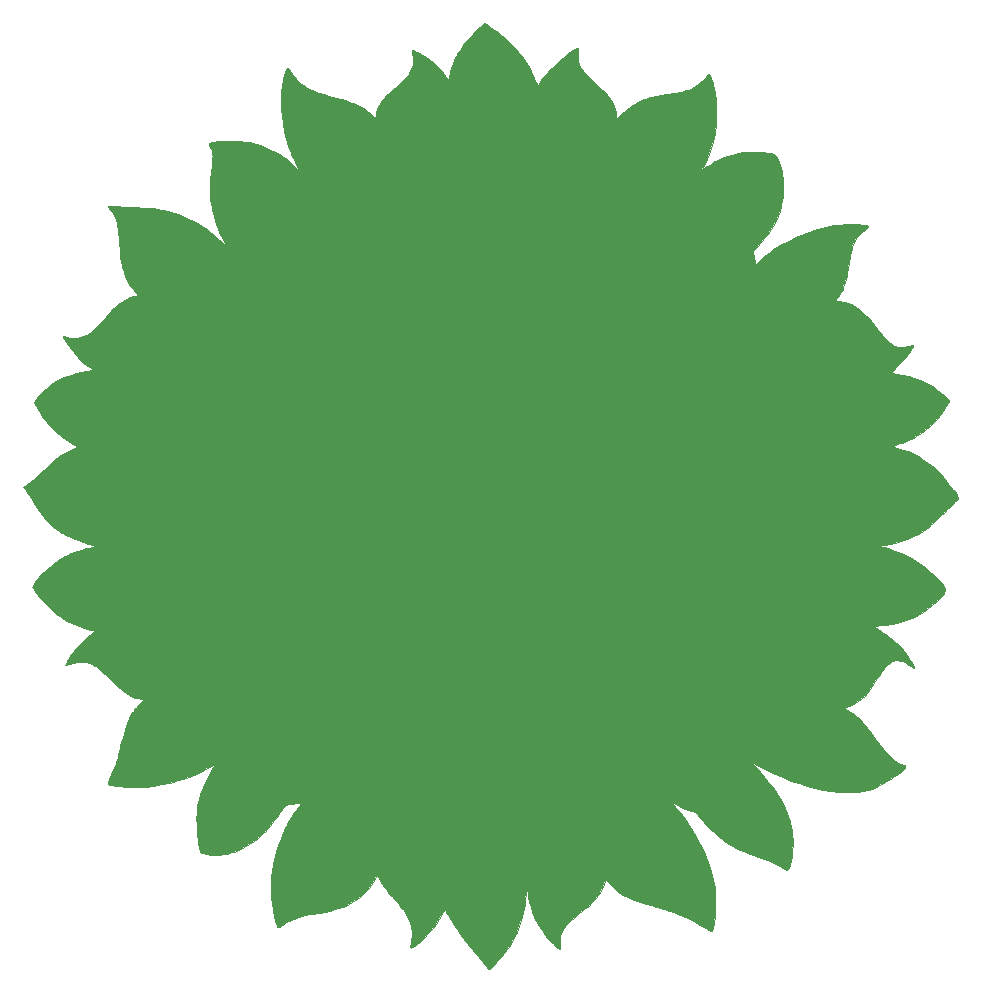
<source format=gbr>
%TF.GenerationSoftware,KiCad,Pcbnew,7.0.1*%
%TF.CreationDate,2023-06-01T23:18:07-07:00*%
%TF.ProjectId,set_02,7365745f-3032-42e6-9b69-6361645f7063,rev?*%
%TF.SameCoordinates,Original*%
%TF.FileFunction,Soldermask,Bot*%
%TF.FilePolarity,Negative*%
%FSLAX46Y46*%
G04 Gerber Fmt 4.6, Leading zero omitted, Abs format (unit mm)*
G04 Created by KiCad (PCBNEW 7.0.1) date 2023-06-01 23:18:07*
%MOMM*%
%LPD*%
G01*
G04 APERTURE LIST*
%ADD10C,0.010000*%
G04 APERTURE END LIST*
%TO.C,G\u002A\u002A\u002A*%
D10*
X50494358Y-9455190D02*
X50529367Y-9469916D01*
X50580702Y-9498482D01*
X50652525Y-9543274D01*
X50749003Y-9606684D01*
X50874298Y-9691100D01*
X50932906Y-9730935D01*
X51190510Y-9907985D01*
X51417529Y-10068053D01*
X51619755Y-10215808D01*
X51802980Y-10355923D01*
X51972996Y-10493068D01*
X52135593Y-10631914D01*
X52296565Y-10777132D01*
X52461702Y-10933393D01*
X52635392Y-11103968D01*
X53065513Y-11558075D01*
X53456552Y-12025021D01*
X53810656Y-12508046D01*
X54129973Y-13010388D01*
X54416650Y-13535287D01*
X54672835Y-14085982D01*
X54772247Y-14326725D01*
X54820608Y-14446886D01*
X54864034Y-14552398D01*
X54900026Y-14637384D01*
X54926086Y-14695966D01*
X54939715Y-14722266D01*
X54940773Y-14723138D01*
X54955330Y-14706274D01*
X54988475Y-14659877D01*
X55035995Y-14590080D01*
X55093680Y-14503018D01*
X55126614Y-14452466D01*
X55238844Y-14287084D01*
X55362049Y-14121496D01*
X55500300Y-13950957D01*
X55657666Y-13770719D01*
X55838217Y-13576035D01*
X56046023Y-13362159D01*
X56155430Y-13252497D01*
X56479825Y-12937485D01*
X56789997Y-12652985D01*
X57093144Y-12392995D01*
X57396461Y-12151511D01*
X57707145Y-11922531D01*
X57953765Y-11752405D01*
X58077352Y-11670919D01*
X58172127Y-11612463D01*
X58243190Y-11574723D01*
X58295635Y-11555382D01*
X58334559Y-11552124D01*
X58365059Y-11562634D01*
X58367757Y-11564299D01*
X58386446Y-11583540D01*
X58396127Y-11615902D01*
X58396654Y-11667787D01*
X58387884Y-11745596D01*
X58369673Y-11855731D01*
X58359994Y-11908755D01*
X58334285Y-12160096D01*
X58347492Y-12421186D01*
X58398794Y-12687180D01*
X58487369Y-12953233D01*
X58566734Y-13128267D01*
X58626322Y-13235760D01*
X58700493Y-13349317D01*
X58791368Y-13471238D01*
X58901070Y-13603828D01*
X59031720Y-13749387D01*
X59185441Y-13910221D01*
X59364353Y-14088629D01*
X59570579Y-14286917D01*
X59806241Y-14507385D01*
X60010190Y-14694708D01*
X60227045Y-14894494D01*
X60414156Y-15071222D01*
X60574834Y-15228281D01*
X60712394Y-15369057D01*
X60830147Y-15496940D01*
X60931406Y-15615316D01*
X61017256Y-15724601D01*
X61190317Y-15972047D01*
X61329298Y-16210875D01*
X61437885Y-16450621D01*
X61519765Y-16700820D01*
X61578625Y-16971009D01*
X61618151Y-17270723D01*
X61619199Y-17281541D01*
X61629974Y-17394571D01*
X61639155Y-17491937D01*
X61646051Y-17566221D01*
X61649969Y-17610007D01*
X61650606Y-17618472D01*
X61662392Y-17607901D01*
X61693356Y-17571503D01*
X61736907Y-17517041D01*
X61738869Y-17514531D01*
X61882589Y-17335317D01*
X62012389Y-17184542D01*
X62135720Y-17054104D01*
X62260033Y-16935898D01*
X62317356Y-16885333D01*
X62667828Y-16605358D01*
X63035752Y-16356789D01*
X63429767Y-16134007D01*
X63608523Y-16045142D01*
X63792012Y-15959904D01*
X63963487Y-15886419D01*
X64129878Y-15822692D01*
X64298116Y-15766727D01*
X64475133Y-15716528D01*
X64667859Y-15670101D01*
X64883226Y-15625450D01*
X65128164Y-15580580D01*
X65354773Y-15542414D01*
X65540010Y-15512123D01*
X65741815Y-15479143D01*
X65947395Y-15445563D01*
X66143962Y-15413473D01*
X66318725Y-15384960D01*
X66402523Y-15371299D01*
X66657498Y-15327604D01*
X66902548Y-15281476D01*
X67131372Y-15234284D01*
X67337667Y-15187396D01*
X67515132Y-15142184D01*
X67657463Y-15100015D01*
X67669943Y-15095877D01*
X67916875Y-14997685D01*
X68168157Y-14869435D01*
X68416143Y-14716700D01*
X68653187Y-14545054D01*
X68871643Y-14360068D01*
X69063865Y-14167314D01*
X69222207Y-13972366D01*
X69233559Y-13956302D01*
X69287083Y-13885856D01*
X69339118Y-13827790D01*
X69380101Y-13792546D01*
X69386957Y-13788767D01*
X69429005Y-13776262D01*
X69464243Y-13789366D01*
X69492809Y-13813710D01*
X69529980Y-13864377D01*
X69574426Y-13950916D01*
X69624258Y-14067868D01*
X69677586Y-14209776D01*
X69732521Y-14371183D01*
X69787172Y-14546631D01*
X69839652Y-14730661D01*
X69888070Y-14917816D01*
X69915778Y-15035495D01*
X69959848Y-15267208D01*
X69996390Y-15534452D01*
X70025403Y-15831098D01*
X70046891Y-16151021D01*
X70060853Y-16488091D01*
X70067291Y-16836183D01*
X70066206Y-17189167D01*
X70057599Y-17540916D01*
X70041471Y-17885304D01*
X70017824Y-18216202D01*
X69986658Y-18527483D01*
X69947975Y-18813019D01*
X69915043Y-19001415D01*
X69803279Y-19490323D01*
X69657873Y-19989016D01*
X69482518Y-20487316D01*
X69280902Y-20975047D01*
X69056716Y-21442029D01*
X68972752Y-21600247D01*
X68841646Y-21840822D01*
X68966168Y-21760090D01*
X69256448Y-21574916D01*
X69519767Y-21413641D01*
X69761766Y-21273160D01*
X69988084Y-21150366D01*
X70204361Y-21042154D01*
X70416238Y-20945419D01*
X70543028Y-20891828D01*
X71015637Y-20714329D01*
X71486610Y-20571471D01*
X71960341Y-20462719D01*
X72441225Y-20387537D01*
X72933656Y-20345386D01*
X73442027Y-20335730D01*
X73970733Y-20358034D01*
X74498773Y-20408687D01*
X74642703Y-20426992D01*
X74751930Y-20444095D01*
X74833946Y-20462199D01*
X74896244Y-20483507D01*
X74946315Y-20510225D01*
X74991653Y-20544554D01*
X75007176Y-20558221D01*
X75109997Y-20672769D01*
X75209466Y-20825791D01*
X75304374Y-21013479D01*
X75393514Y-21232029D01*
X75475678Y-21477633D01*
X75549660Y-21746487D01*
X75614250Y-22034784D01*
X75668241Y-22338718D01*
X75710427Y-22654484D01*
X75727979Y-22829786D01*
X75738823Y-23000781D01*
X75744396Y-23199474D01*
X75744971Y-23415545D01*
X75740821Y-23638676D01*
X75732218Y-23858548D01*
X75719437Y-24064841D01*
X75702750Y-24247236D01*
X75687344Y-24365338D01*
X75595402Y-24850923D01*
X75472836Y-25311239D01*
X75317228Y-25752583D01*
X75126159Y-26181252D01*
X74897214Y-26603544D01*
X74717176Y-26892542D01*
X74584574Y-27089404D01*
X74449715Y-27277634D01*
X74307825Y-27463044D01*
X74154127Y-27651444D01*
X73983848Y-27848645D01*
X73792211Y-28060457D01*
X73574442Y-28292690D01*
X73517210Y-28352684D01*
X73418845Y-28456507D01*
X73331078Y-28551083D01*
X73257953Y-28631895D01*
X73203511Y-28694428D01*
X73171795Y-28734166D01*
X73165273Y-28745829D01*
X73171044Y-28776631D01*
X73186427Y-28836800D01*
X73208526Y-28915255D01*
X73217543Y-28945760D01*
X73260483Y-29100255D01*
X73291238Y-29240863D01*
X73312411Y-29383423D01*
X73326608Y-29543776D01*
X73332316Y-29643883D01*
X73345190Y-29905927D01*
X73599190Y-29667818D01*
X74059864Y-29261797D01*
X74552347Y-28877851D01*
X75077679Y-28515351D01*
X75636901Y-28173668D01*
X76231052Y-27852171D01*
X76861174Y-27550233D01*
X77528308Y-27267223D01*
X77642023Y-27222298D01*
X77996100Y-27089179D01*
X78352674Y-26965361D01*
X78705350Y-26852691D01*
X79047735Y-26753014D01*
X79373435Y-26668176D01*
X79676056Y-26600023D01*
X79949203Y-26550401D01*
X79991523Y-26544046D01*
X80112172Y-26530059D01*
X80268535Y-26517406D01*
X80454006Y-26506252D01*
X80661983Y-26496766D01*
X80885861Y-26489113D01*
X81119035Y-26483460D01*
X81354903Y-26479974D01*
X81586859Y-26478821D01*
X81808300Y-26480168D01*
X82012622Y-26484182D01*
X82158454Y-26489386D01*
X82355209Y-26498863D01*
X82513833Y-26508357D01*
X82638520Y-26518559D01*
X82733468Y-26530160D01*
X82802873Y-26543851D01*
X82850931Y-26560323D01*
X82881837Y-26580267D01*
X82899788Y-26604373D01*
X82903079Y-26612002D01*
X82911281Y-26660319D01*
X82897922Y-26712506D01*
X82860220Y-26771868D01*
X82795389Y-26841708D01*
X82700645Y-26925330D01*
X82573204Y-27026040D01*
X82520940Y-27065503D01*
X82301279Y-27246063D01*
X82111546Y-27438422D01*
X81948312Y-27647883D01*
X81808145Y-27879748D01*
X81687614Y-28139322D01*
X81583288Y-28431906D01*
X81538284Y-28584465D01*
X81505303Y-28708100D01*
X81474411Y-28835452D01*
X81444385Y-28972747D01*
X81413998Y-29126213D01*
X81382028Y-29302076D01*
X81347249Y-29506563D01*
X81308437Y-29745899D01*
X81302379Y-29784005D01*
X81240456Y-30161608D01*
X81180065Y-30500847D01*
X81119848Y-30805594D01*
X81058449Y-31079718D01*
X80994509Y-31327092D01*
X80926671Y-31551586D01*
X80853578Y-31757070D01*
X80773872Y-31947416D01*
X80686195Y-32126495D01*
X80589191Y-32298177D01*
X80481500Y-32466333D01*
X80361767Y-32634835D01*
X80252621Y-32777280D01*
X80109386Y-32959005D01*
X80315038Y-32972429D01*
X80538549Y-32995886D01*
X80777806Y-33036654D01*
X81021396Y-33091812D01*
X81257907Y-33158438D01*
X81475926Y-33233612D01*
X81664042Y-33314413D01*
X81677925Y-33321266D01*
X81927295Y-33463804D01*
X82183264Y-33645742D01*
X82446200Y-33867430D01*
X82716471Y-34129221D01*
X82994445Y-34431465D01*
X83280490Y-34774514D01*
X83505276Y-35065088D01*
X83756408Y-35392199D01*
X83991179Y-35682516D01*
X84211191Y-35937578D01*
X84418048Y-36158922D01*
X84613351Y-36348089D01*
X84798706Y-36506615D01*
X84975714Y-36636039D01*
X85145979Y-36737901D01*
X85311104Y-36813738D01*
X85337987Y-36823864D01*
X85477895Y-36868219D01*
X85611054Y-36894519D01*
X85745447Y-36902405D01*
X85889056Y-36891520D01*
X86049863Y-36861503D01*
X86235851Y-36811997D01*
X86344599Y-36778611D01*
X86473339Y-36738895D01*
X86568471Y-36712925D01*
X86636134Y-36699873D01*
X86682465Y-36698910D01*
X86713604Y-36709208D01*
X86732725Y-36726212D01*
X86740846Y-36768213D01*
X86720899Y-36837676D01*
X86674772Y-36932148D01*
X86604351Y-37049177D01*
X86511524Y-37186312D01*
X86398178Y-37341101D01*
X86266202Y-37511092D01*
X86117481Y-37693834D01*
X85953905Y-37886874D01*
X85777360Y-38087762D01*
X85589734Y-38294045D01*
X85392913Y-38503272D01*
X85254870Y-38645892D01*
X85133901Y-38769806D01*
X85040114Y-38867061D01*
X84970759Y-38940934D01*
X84923085Y-38994701D01*
X84894339Y-39031637D01*
X84881773Y-39055019D01*
X84882633Y-39068124D01*
X84894170Y-39074227D01*
X84895037Y-39074419D01*
X84931941Y-39080503D01*
X85002763Y-39090648D01*
X85099404Y-39103752D01*
X85213765Y-39118709D01*
X85304356Y-39130235D01*
X85846051Y-39214519D01*
X86364682Y-39327965D01*
X86858289Y-39469900D01*
X87324913Y-39639651D01*
X87762594Y-39836545D01*
X88169373Y-40059911D01*
X88355033Y-40177631D01*
X88516791Y-40288622D01*
X88689161Y-40413146D01*
X88866278Y-40546473D01*
X89042276Y-40683873D01*
X89211289Y-40820618D01*
X89367454Y-40951976D01*
X89504903Y-41073219D01*
X89617773Y-41179616D01*
X89687771Y-41252356D01*
X89740907Y-41315271D01*
X89768318Y-41360288D01*
X89775475Y-41398126D01*
X89772903Y-41419062D01*
X89752748Y-41476073D01*
X89710845Y-41561901D01*
X89650528Y-41671262D01*
X89575133Y-41798872D01*
X89487996Y-41939446D01*
X89392454Y-42087701D01*
X89291841Y-42238354D01*
X89189493Y-42386119D01*
X89088747Y-42525712D01*
X89001883Y-42640401D01*
X88644773Y-43065844D01*
X88262671Y-43457197D01*
X87855727Y-43814337D01*
X87424089Y-44137141D01*
X86967908Y-44425484D01*
X86627273Y-44610199D01*
X86460735Y-44693165D01*
X86307193Y-44766000D01*
X86157799Y-44832338D01*
X86003705Y-44895818D01*
X85836064Y-44960075D01*
X85646029Y-45028746D01*
X85424751Y-45105467D01*
X85410190Y-45110439D01*
X85254876Y-45163515D01*
X85135803Y-45204695D01*
X85049144Y-45235750D01*
X84991072Y-45258450D01*
X84957761Y-45274564D01*
X84945383Y-45285863D01*
X84950112Y-45294117D01*
X84968122Y-45301094D01*
X84986856Y-45306240D01*
X85037836Y-45319450D01*
X85119917Y-45340358D01*
X85223117Y-45366437D01*
X85337458Y-45395160D01*
X85378440Y-45405414D01*
X85875081Y-45544872D01*
X86341787Y-45708264D01*
X86785317Y-45898418D01*
X87212433Y-46118163D01*
X87524537Y-46303135D01*
X87787262Y-46473874D01*
X88033450Y-46647536D01*
X88267231Y-46828096D01*
X88492736Y-47019531D01*
X88714098Y-47225818D01*
X88935448Y-47450933D01*
X89160917Y-47698852D01*
X89394637Y-47973551D01*
X89640739Y-48279006D01*
X89827277Y-48519371D01*
X89996068Y-48740909D01*
X90139725Y-48932174D01*
X90259859Y-49095707D01*
X90358081Y-49234050D01*
X90436003Y-49349745D01*
X90495237Y-49445332D01*
X90537394Y-49523352D01*
X90564086Y-49586347D01*
X90576925Y-49636858D01*
X90577521Y-49677426D01*
X90573389Y-49695877D01*
X90551617Y-49726150D01*
X90504865Y-49772112D01*
X90442499Y-49824703D01*
X90430712Y-49833887D01*
X90391548Y-49867298D01*
X90325538Y-49927518D01*
X90235853Y-50011506D01*
X90125665Y-50116220D01*
X89998146Y-50238620D01*
X89856467Y-50375665D01*
X89703800Y-50524313D01*
X89543318Y-50681523D01*
X89420520Y-50802446D01*
X89122668Y-51095134D01*
X88853481Y-51356974D01*
X88612794Y-51588117D01*
X88400445Y-51788717D01*
X88216269Y-51958926D01*
X88060103Y-52098898D01*
X87931784Y-52208784D01*
X87831149Y-52288738D01*
X87823190Y-52294659D01*
X87699022Y-52380371D01*
X87544022Y-52477857D01*
X87366425Y-52582577D01*
X87174462Y-52689993D01*
X86976368Y-52795566D01*
X86780375Y-52894758D01*
X86594716Y-52983031D01*
X86489690Y-53029735D01*
X85969326Y-53232418D01*
X85435305Y-53397779D01*
X84884074Y-53526766D01*
X84312082Y-53620327D01*
X84246023Y-53628709D01*
X84126501Y-53643612D01*
X84021348Y-53657045D01*
X83937886Y-53668047D01*
X83883434Y-53675657D01*
X83865825Y-53678615D01*
X83879379Y-53685583D01*
X83928409Y-53702149D01*
X84007572Y-53726685D01*
X84111527Y-53757560D01*
X84234930Y-53793145D01*
X84320908Y-53817432D01*
X84651299Y-53913473D01*
X84949596Y-54008071D01*
X85225711Y-54105034D01*
X85489555Y-54208169D01*
X85751041Y-54321286D01*
X86020080Y-54448190D01*
X86210763Y-54543471D01*
X86761136Y-54843516D01*
X87280026Y-55166678D01*
X87766008Y-55511890D01*
X88217656Y-55878085D01*
X88633543Y-56264195D01*
X88936489Y-56583289D01*
X89079045Y-56744229D01*
X89194389Y-56879238D01*
X89285165Y-56992395D01*
X89354019Y-57087778D01*
X89403597Y-57169465D01*
X89436544Y-57241535D01*
X89455506Y-57308067D01*
X89463128Y-57373140D01*
X89463606Y-57395922D01*
X89457008Y-57472427D01*
X89434944Y-57549299D01*
X89394007Y-57632887D01*
X89330793Y-57729541D01*
X89241894Y-57845609D01*
X89185418Y-57914505D01*
X88836998Y-58299936D01*
X88457746Y-58657545D01*
X88049805Y-58986056D01*
X87615320Y-59284191D01*
X87156435Y-59550673D01*
X86675296Y-59784225D01*
X86174046Y-59983570D01*
X85654830Y-60147430D01*
X85279149Y-60240932D01*
X85015602Y-60295541D01*
X84757309Y-60340541D01*
X84492588Y-60377551D01*
X84209760Y-60408193D01*
X83897142Y-60434086D01*
X83875606Y-60435636D01*
X83736565Y-60445879D01*
X83610709Y-60455743D01*
X83504529Y-60464672D01*
X83424511Y-60472110D01*
X83377146Y-60477501D01*
X83367941Y-60479189D01*
X83369688Y-60493802D01*
X83404999Y-60525824D01*
X83470321Y-60572311D01*
X83516107Y-60601942D01*
X83770922Y-60763628D01*
X83994326Y-60907954D01*
X84191555Y-61038744D01*
X84367849Y-61159824D01*
X84528447Y-61275020D01*
X84678586Y-61388156D01*
X84823505Y-61503059D01*
X84968442Y-61623553D01*
X85118637Y-61753465D01*
X85237390Y-61858938D01*
X85608701Y-62213450D01*
X85944276Y-62579060D01*
X86242493Y-62953728D01*
X86501731Y-63335417D01*
X86720368Y-63722088D01*
X86721523Y-63724358D01*
X86775153Y-63830642D01*
X86811373Y-63905847D01*
X86832307Y-63956447D01*
X86840078Y-63988920D01*
X86836813Y-64009740D01*
X86824636Y-64025385D01*
X86821300Y-64028479D01*
X86805011Y-64039709D01*
X86785135Y-64041806D01*
X86756035Y-64031839D01*
X86712073Y-64006877D01*
X86647613Y-63963988D01*
X86557016Y-63900241D01*
X86509708Y-63866466D01*
X86358192Y-63759258D01*
X86234213Y-63674476D01*
X86131933Y-63608500D01*
X86045517Y-63557712D01*
X85969126Y-63518493D01*
X85900033Y-63488457D01*
X85777251Y-63448984D01*
X85635319Y-63418536D01*
X85485095Y-63398041D01*
X85337437Y-63388424D01*
X85203204Y-63390612D01*
X85093255Y-63405532D01*
X85055307Y-63416390D01*
X84916222Y-63481520D01*
X84764645Y-63580874D01*
X84606412Y-63710516D01*
X84570065Y-63743852D01*
X84510711Y-63799988D01*
X84456031Y-63853576D01*
X84403897Y-63907529D01*
X84352182Y-63964761D01*
X84298761Y-64028183D01*
X84241507Y-64100707D01*
X84178293Y-64185247D01*
X84106993Y-64284714D01*
X84025480Y-64402021D01*
X83931628Y-64540080D01*
X83823310Y-64701805D01*
X83698400Y-64890106D01*
X83554771Y-65107898D01*
X83390296Y-65358091D01*
X83380279Y-65373344D01*
X83236358Y-65590764D01*
X83111047Y-65776089D01*
X83001241Y-65933562D01*
X82903834Y-66067428D01*
X82815721Y-66181932D01*
X82733796Y-66281316D01*
X82654954Y-66369827D01*
X82637627Y-66388353D01*
X82396128Y-66616873D01*
X82117365Y-66830642D01*
X81804546Y-67027330D01*
X81625034Y-67124368D01*
X81467752Y-67201865D01*
X81336750Y-67258819D01*
X81223265Y-67298437D01*
X81118533Y-67323929D01*
X81051604Y-67334369D01*
X80987412Y-67344910D01*
X80944497Y-67356784D01*
X80933440Y-67364738D01*
X80950626Y-67387595D01*
X80999720Y-67430560D01*
X81077022Y-67490841D01*
X81178832Y-67565650D01*
X81301451Y-67652195D01*
X81441179Y-67747688D01*
X81441440Y-67747863D01*
X81602385Y-67858677D01*
X81752205Y-67967598D01*
X81893669Y-68077617D01*
X82029550Y-68191726D01*
X82162617Y-68312916D01*
X82295642Y-68444177D01*
X82431394Y-68588502D01*
X82572646Y-68748881D01*
X82722167Y-68928305D01*
X82882729Y-69129765D01*
X83057102Y-69356253D01*
X83248058Y-69610760D01*
X83458366Y-69896277D01*
X83557690Y-70032422D01*
X83760298Y-70306884D01*
X83946682Y-70550661D01*
X84121799Y-70769720D01*
X84290602Y-70970031D01*
X84458049Y-71157560D01*
X84629094Y-71338278D01*
X84710635Y-71421052D01*
X84896763Y-71602844D01*
X85063339Y-71754051D01*
X85215674Y-71878352D01*
X85359079Y-71979426D01*
X85498865Y-72060951D01*
X85640343Y-72126605D01*
X85788825Y-72180066D01*
X85820769Y-72189901D01*
X85903750Y-72217067D01*
X85976416Y-72244859D01*
X86024243Y-72267675D01*
X86027144Y-72269497D01*
X86068468Y-72318361D01*
X86072678Y-72384602D01*
X86039915Y-72465495D01*
X86015069Y-72503313D01*
X85940479Y-72589788D01*
X85832004Y-72692131D01*
X85693828Y-72807686D01*
X85530134Y-72933799D01*
X85345103Y-73067814D01*
X85142918Y-73207076D01*
X84927762Y-73348930D01*
X84703817Y-73490722D01*
X84475266Y-73629797D01*
X84246291Y-73763499D01*
X84021074Y-73889174D01*
X83803799Y-74004167D01*
X83598648Y-74105822D01*
X83409802Y-74191486D01*
X83261773Y-74251032D01*
X82911321Y-74362667D01*
X82528294Y-74448876D01*
X82114210Y-74509331D01*
X82025138Y-74518560D01*
X81907062Y-74527029D01*
X81755598Y-74533401D01*
X81579642Y-74537675D01*
X81388089Y-74539855D01*
X81189831Y-74539940D01*
X80993765Y-74537932D01*
X80808785Y-74533832D01*
X80643784Y-74527641D01*
X80507658Y-74519361D01*
X80495384Y-74518368D01*
X79832052Y-74445374D01*
X79153659Y-74336232D01*
X78464666Y-74192359D01*
X77769530Y-74015172D01*
X77072711Y-73806088D01*
X76378667Y-73566523D01*
X75691858Y-73297895D01*
X75016742Y-73001620D01*
X74357779Y-72679116D01*
X73853190Y-72407643D01*
X73665719Y-72302793D01*
X73511890Y-72217399D01*
X73388632Y-72149835D01*
X73292875Y-72098476D01*
X73221551Y-72061697D01*
X73171589Y-72037871D01*
X73139919Y-72025375D01*
X73125719Y-72022442D01*
X73118059Y-72031288D01*
X73129329Y-72059240D01*
X73160734Y-72107808D01*
X73213478Y-72178500D01*
X73288767Y-72272825D01*
X73387805Y-72392293D01*
X73511799Y-72538412D01*
X73661954Y-72712691D01*
X73839473Y-72916641D01*
X73843870Y-72921672D01*
X74183735Y-73317510D01*
X74491816Y-73691496D01*
X74770273Y-74047081D01*
X75021261Y-74387714D01*
X75246938Y-74716844D01*
X75449462Y-75037921D01*
X75630990Y-75354395D01*
X75793680Y-75669716D01*
X75939689Y-75987333D01*
X76071174Y-76310696D01*
X76190293Y-76643255D01*
X76211736Y-76707858D01*
X76327295Y-77092527D01*
X76417281Y-77467338D01*
X76482955Y-77841488D01*
X76525579Y-78224174D01*
X76546415Y-78624592D01*
X76546724Y-79051938D01*
X76544650Y-79134088D01*
X76534326Y-79404529D01*
X76519361Y-79641796D01*
X76498572Y-79854906D01*
X76470772Y-80052877D01*
X76434776Y-80244727D01*
X76389401Y-80439473D01*
X76356985Y-80562174D01*
X76305211Y-80737524D01*
X76255737Y-80874338D01*
X76206239Y-80976158D01*
X76154396Y-81046528D01*
X76097885Y-81088992D01*
X76034382Y-81107093D01*
X75999152Y-81108110D01*
X75960275Y-81104284D01*
X75919671Y-81094054D01*
X75871788Y-81074518D01*
X75811075Y-81042773D01*
X75731982Y-80995919D01*
X75628956Y-80931054D01*
X75497121Y-80845717D01*
X75340263Y-80747204D01*
X75180015Y-80654625D01*
X75011657Y-80565905D01*
X74830467Y-80478969D01*
X74631728Y-80391744D01*
X74410719Y-80302155D01*
X74162720Y-80208127D01*
X73883012Y-80107587D01*
X73578342Y-80002355D01*
X73224477Y-79880317D01*
X72906873Y-79766875D01*
X72620825Y-79659954D01*
X72361626Y-79557483D01*
X72124570Y-79457387D01*
X71904952Y-79357595D01*
X71698065Y-79256031D01*
X71499205Y-79150625D01*
X71303664Y-79039301D01*
X71106737Y-78919987D01*
X71071607Y-78898021D01*
X70820974Y-78732287D01*
X70570179Y-78549127D01*
X70314073Y-78344360D01*
X70047511Y-78113804D01*
X69765346Y-77853280D01*
X69653323Y-77745902D01*
X69380565Y-77475563D01*
X69139752Y-77222815D01*
X68926757Y-76983101D01*
X68737447Y-76751863D01*
X68654919Y-76644064D01*
X68553011Y-76510231D01*
X68469156Y-76406922D01*
X68397864Y-76329481D01*
X68333642Y-76273250D01*
X68270998Y-76233574D01*
X68204442Y-76205795D01*
X68128481Y-76185257D01*
X68108862Y-76181017D01*
X67985883Y-76153909D01*
X67873090Y-76125349D01*
X67764880Y-76093019D01*
X67655652Y-76054602D01*
X67539803Y-76007781D01*
X67411730Y-75950238D01*
X67265833Y-75879654D01*
X67096508Y-75793713D01*
X66898153Y-75690097D01*
X66811736Y-75644406D01*
X66703317Y-75589112D01*
X66593762Y-75537013D01*
X66491230Y-75491612D01*
X66403878Y-75456417D01*
X66339864Y-75434933D01*
X66312610Y-75429922D01*
X66319752Y-75445675D01*
X66352508Y-75491425D01*
X66409084Y-75564908D01*
X66487682Y-75663859D01*
X66586510Y-75786014D01*
X66703769Y-75929109D01*
X66816102Y-76064922D01*
X67312130Y-76692912D01*
X67771537Y-77337551D01*
X68193523Y-77997412D01*
X68577291Y-78671072D01*
X68922040Y-79357106D01*
X69226973Y-80054089D01*
X69491289Y-80760597D01*
X69552660Y-80943838D01*
X69666186Y-81308179D01*
X69761512Y-81653906D01*
X69839658Y-81988402D01*
X69901642Y-82319054D01*
X69948484Y-82653245D01*
X69981203Y-82998361D01*
X70000818Y-83361786D01*
X70008347Y-83750905D01*
X70004811Y-84173103D01*
X70003961Y-84214088D01*
X69992624Y-84571369D01*
X69974843Y-84902158D01*
X69950906Y-85203853D01*
X69921099Y-85473848D01*
X69885709Y-85709539D01*
X69845022Y-85908322D01*
X69800209Y-86065039D01*
X69763234Y-86164691D01*
X69730489Y-86230026D01*
X69696197Y-86267861D01*
X69654583Y-86285011D01*
X69610934Y-86288422D01*
X69568456Y-86284771D01*
X69519971Y-86272315D01*
X69461252Y-86248796D01*
X69388070Y-86211954D01*
X69296196Y-86159533D01*
X69181404Y-86089274D01*
X69039464Y-85998919D01*
X68903401Y-85910567D01*
X68539621Y-85681268D01*
X68183739Y-85474725D01*
X67824707Y-85285260D01*
X67451473Y-85107197D01*
X67052988Y-84934859D01*
X66825022Y-84842813D01*
X66675113Y-84784187D01*
X66533774Y-84730352D01*
X66395727Y-84679567D01*
X66255696Y-84630089D01*
X66108402Y-84580179D01*
X65948568Y-84528094D01*
X65770915Y-84472094D01*
X65570167Y-84410439D01*
X65341046Y-84341386D01*
X65078273Y-84263195D01*
X64978977Y-84233820D01*
X64584654Y-84116779D01*
X64228406Y-84009705D01*
X63907467Y-83911429D01*
X63619068Y-83820786D01*
X63360443Y-83736607D01*
X63128825Y-83657725D01*
X62921445Y-83582972D01*
X62735537Y-83511182D01*
X62568333Y-83441186D01*
X62417067Y-83371817D01*
X62278969Y-83301908D01*
X62151275Y-83230292D01*
X62031215Y-83155800D01*
X61916022Y-83077266D01*
X61802931Y-82993522D01*
X61689172Y-82903400D01*
X61571979Y-82805734D01*
X61550593Y-82787508D01*
X61408240Y-82660451D01*
X61271542Y-82528289D01*
X61144747Y-82395933D01*
X61032105Y-82268293D01*
X60937864Y-82150281D01*
X60866273Y-82046805D01*
X60821581Y-81962778D01*
X60811570Y-81933380D01*
X60796002Y-81896355D01*
X60783074Y-81885755D01*
X60769536Y-81904378D01*
X60746234Y-81954518D01*
X60716941Y-82027581D01*
X60697097Y-82081547D01*
X60594745Y-82351003D01*
X60484846Y-82602541D01*
X60364549Y-82839657D01*
X60231001Y-83065846D01*
X60081351Y-83284607D01*
X59912747Y-83499436D01*
X59722338Y-83713828D01*
X59507271Y-83931282D01*
X59264695Y-84155294D01*
X58991759Y-84389360D01*
X58685609Y-84636977D01*
X58486218Y-84792407D01*
X58224693Y-84996583D01*
X57996100Y-85181245D01*
X57797502Y-85349366D01*
X57625966Y-85503918D01*
X57478555Y-85647873D01*
X57352335Y-85784206D01*
X57244369Y-85915889D01*
X57151723Y-86045895D01*
X57071462Y-86177196D01*
X57016129Y-86281299D01*
X56943237Y-86444388D01*
X56889702Y-86607452D01*
X56854341Y-86778475D01*
X56835970Y-86965443D01*
X56833402Y-87176339D01*
X56845454Y-87419149D01*
X56846076Y-87427646D01*
X56854333Y-87547687D01*
X56860547Y-87654640D01*
X56864352Y-87740635D01*
X56865379Y-87797804D01*
X56864252Y-87816444D01*
X56844905Y-87824087D01*
X56799409Y-87805854D01*
X56732205Y-87765131D01*
X56647733Y-87705304D01*
X56550435Y-87629761D01*
X56444752Y-87541888D01*
X56335124Y-87445072D01*
X56225992Y-87342700D01*
X56167972Y-87285437D01*
X55866364Y-86961537D01*
X55579217Y-86613038D01*
X55311643Y-86247385D01*
X55068754Y-85872023D01*
X54855662Y-85494398D01*
X54677480Y-85121953D01*
X54669360Y-85103088D01*
X54515913Y-84709778D01*
X54379145Y-84289205D01*
X54262311Y-83854036D01*
X54168667Y-83416940D01*
X54101469Y-82990583D01*
X54081848Y-82817088D01*
X54074598Y-82752960D01*
X54067328Y-82713445D01*
X54059343Y-82700938D01*
X54049952Y-82717836D01*
X54038459Y-82766535D01*
X54024173Y-82849431D01*
X54006401Y-82968921D01*
X53984447Y-83127400D01*
X53977749Y-83176922D01*
X53915222Y-83621433D01*
X53852330Y-84027539D01*
X53788061Y-84399162D01*
X53721399Y-84740224D01*
X53651330Y-85054648D01*
X53576839Y-85346357D01*
X53496912Y-85619272D01*
X53410534Y-85877317D01*
X53316691Y-86124415D01*
X53214369Y-86364486D01*
X53102553Y-86601455D01*
X53080743Y-86645271D01*
X52885762Y-87009408D01*
X52662692Y-87379441D01*
X52429650Y-87730309D01*
X52310613Y-87897904D01*
X52180880Y-88072489D01*
X52043278Y-88250862D01*
X51900632Y-88429820D01*
X51755770Y-88606162D01*
X51611518Y-88776686D01*
X51470702Y-88938189D01*
X51336148Y-89087468D01*
X51210683Y-89221322D01*
X51097132Y-89336549D01*
X50998323Y-89429946D01*
X50917082Y-89498311D01*
X50856234Y-89538442D01*
X50825249Y-89548088D01*
X50799710Y-89533793D01*
X50754799Y-89496124D01*
X50699760Y-89442906D01*
X50693990Y-89436963D01*
X50641274Y-89378492D01*
X50571662Y-89295810D01*
X50493290Y-89198846D01*
X50414295Y-89097527D01*
X50394766Y-89071838D01*
X50310948Y-88962723D01*
X50210535Y-88835336D01*
X50091814Y-88687582D01*
X49953073Y-88517366D01*
X49792598Y-88322594D01*
X49608677Y-88101171D01*
X49399597Y-87851002D01*
X49278457Y-87706588D01*
X48951487Y-87309193D01*
X48652126Y-86927576D01*
X48373872Y-86552445D01*
X48110222Y-86174508D01*
X47854675Y-85784475D01*
X47600727Y-85373053D01*
X47368393Y-84977200D01*
X47292808Y-84845769D01*
X47224282Y-84726814D01*
X47165592Y-84625140D01*
X47119515Y-84545551D01*
X47088829Y-84492851D01*
X47076310Y-84471847D01*
X47076218Y-84471723D01*
X47065363Y-84487459D01*
X47038464Y-84535402D01*
X46998520Y-84609950D01*
X46948524Y-84705501D01*
X46891475Y-84816451D01*
X46883824Y-84831465D01*
X46627084Y-85292715D01*
X46333584Y-85739560D01*
X46001965Y-86173839D01*
X45630866Y-86597391D01*
X45406503Y-86829376D01*
X45200915Y-87029577D01*
X45014417Y-87199412D01*
X44841784Y-87343168D01*
X44677788Y-87465133D01*
X44517204Y-87569593D01*
X44470575Y-87597197D01*
X44369547Y-87654381D01*
X44297240Y-87691126D01*
X44246710Y-87709799D01*
X44211014Y-87712768D01*
X44183208Y-87702399D01*
X44176113Y-87697591D01*
X44157477Y-87680871D01*
X44150470Y-87659326D01*
X44155608Y-87622621D01*
X44173405Y-87560419D01*
X44184741Y-87524323D01*
X44218540Y-87389670D01*
X44246646Y-87222476D01*
X44268576Y-87032209D01*
X44283844Y-86828338D01*
X44291966Y-86620334D01*
X44292458Y-86417666D01*
X44284834Y-86229804D01*
X44268611Y-86066217D01*
X44261658Y-86021319D01*
X44219507Y-85816294D01*
X44163242Y-85615076D01*
X44091014Y-85414643D01*
X44000978Y-85211973D01*
X43891286Y-85004047D01*
X43760092Y-84787842D01*
X43605548Y-84560338D01*
X43425809Y-84318513D01*
X43219026Y-84059346D01*
X42983354Y-83779816D01*
X42716946Y-83476903D01*
X42683399Y-83439478D01*
X42414652Y-83132195D01*
X42171702Y-82837859D01*
X41955959Y-82558450D01*
X41768834Y-82295951D01*
X41611738Y-82052340D01*
X41486084Y-81829598D01*
X41393281Y-81629705D01*
X41392653Y-81628150D01*
X41325252Y-81460944D01*
X41274825Y-81610692D01*
X41168520Y-81873431D01*
X41025800Y-82143310D01*
X40850807Y-82415346D01*
X40647689Y-82684558D01*
X40420588Y-82945964D01*
X40173650Y-83194582D01*
X39911020Y-83425429D01*
X39636843Y-83633525D01*
X39533662Y-83703519D01*
X39269693Y-83866499D01*
X38995549Y-84014684D01*
X38707448Y-84149312D01*
X38401608Y-84271623D01*
X38074245Y-84382855D01*
X37721578Y-84484248D01*
X37339824Y-84577039D01*
X36925201Y-84662468D01*
X36473926Y-84741773D01*
X36261190Y-84775289D01*
X35896098Y-84833732D01*
X35568259Y-84892629D01*
X35272610Y-84953692D01*
X35004089Y-85018634D01*
X34757633Y-85089169D01*
X34528180Y-85167010D01*
X34310668Y-85253870D01*
X34100035Y-85351462D01*
X33891218Y-85461498D01*
X33679155Y-85585694D01*
X33465442Y-85721391D01*
X33316110Y-85818597D01*
X33197550Y-85892886D01*
X33105471Y-85945059D01*
X33035582Y-85975921D01*
X32983592Y-85986273D01*
X32945210Y-85976918D01*
X32916144Y-85948659D01*
X32892103Y-85902299D01*
X32868797Y-85838640D01*
X32867008Y-85833338D01*
X32835379Y-85731631D01*
X32797374Y-85597142D01*
X32755129Y-85438560D01*
X32710780Y-85264570D01*
X32666463Y-85083861D01*
X32624314Y-84905120D01*
X32586469Y-84737034D01*
X32555064Y-84588290D01*
X32534797Y-84482243D01*
X32455948Y-83948830D01*
X32403906Y-83395506D01*
X32378953Y-82833106D01*
X32381370Y-82272463D01*
X32411439Y-81724413D01*
X32452724Y-81324838D01*
X32559239Y-80644682D01*
X32706238Y-79974358D01*
X32894059Y-79312759D01*
X33123043Y-78658780D01*
X33393528Y-78011317D01*
X33608197Y-77560467D01*
X33726688Y-77331240D01*
X33857063Y-77092453D01*
X33995800Y-76849729D01*
X34139379Y-76608687D01*
X34284280Y-76374949D01*
X34426982Y-76154135D01*
X34563963Y-75951867D01*
X34691703Y-75773765D01*
X34806682Y-75625450D01*
X34859335Y-75563020D01*
X34907901Y-75505926D01*
X34942079Y-75462659D01*
X34955408Y-75441459D01*
X34955219Y-75440699D01*
X34931809Y-75440379D01*
X34873526Y-75445070D01*
X34787417Y-75453891D01*
X34680530Y-75465962D01*
X34559913Y-75480403D01*
X34432614Y-75496332D01*
X34305682Y-75512869D01*
X34186163Y-75529135D01*
X34081105Y-75544248D01*
X33997558Y-75557327D01*
X33945716Y-75566815D01*
X33833809Y-75593874D01*
X33736010Y-75626676D01*
X33647893Y-75669147D01*
X33565035Y-75725213D01*
X33483010Y-75798803D01*
X33397394Y-75893841D01*
X33303762Y-76014255D01*
X33197689Y-76163972D01*
X33086279Y-76329505D01*
X32868122Y-76651497D01*
X32661584Y-76940859D01*
X32461657Y-77203896D01*
X32263334Y-77446909D01*
X32061606Y-77676200D01*
X31851466Y-77898073D01*
X31792725Y-77957435D01*
X31393467Y-78331115D01*
X30981775Y-78664797D01*
X30557915Y-78958318D01*
X30122152Y-79211515D01*
X29674753Y-79424224D01*
X29215983Y-79596283D01*
X29025632Y-79654760D01*
X28678785Y-79746204D01*
X28358837Y-79812223D01*
X28059332Y-79853452D01*
X27773810Y-79870530D01*
X27495815Y-79864096D01*
X27218888Y-79834786D01*
X27212440Y-79833841D01*
X27024098Y-79803835D01*
X26852144Y-79772018D01*
X26701319Y-79739542D01*
X26576366Y-79707557D01*
X26482027Y-79677212D01*
X26423045Y-79649660D01*
X26409902Y-79639140D01*
X26371216Y-79577106D01*
X26332799Y-79476454D01*
X26295160Y-79340901D01*
X26258810Y-79174160D01*
X26224258Y-78979949D01*
X26192013Y-78761981D01*
X26162586Y-78523972D01*
X26136487Y-78269638D01*
X26114223Y-78002693D01*
X26096307Y-77726854D01*
X26083246Y-77445835D01*
X26076389Y-77207922D01*
X26073201Y-76800103D01*
X26081943Y-76426212D01*
X26103911Y-76079203D01*
X26140401Y-75752028D01*
X26192708Y-75437640D01*
X26262127Y-75128992D01*
X26349953Y-74819036D01*
X26457483Y-74500726D01*
X26586012Y-74167014D01*
X26674366Y-73955015D01*
X26841961Y-73577688D01*
X27007876Y-73235526D01*
X27175731Y-72921690D01*
X27349144Y-72629344D01*
X27493526Y-72407502D01*
X27548975Y-72324050D01*
X27593508Y-72253965D01*
X27622867Y-72204183D01*
X27632791Y-72181635D01*
X27632577Y-72181170D01*
X27612429Y-72188457D01*
X27560303Y-72213444D01*
X27481348Y-72253489D01*
X27380713Y-72305949D01*
X27263544Y-72368183D01*
X27169552Y-72418796D01*
X26501123Y-72761184D01*
X25834257Y-73062946D01*
X25164710Y-73325391D01*
X24488240Y-73549825D01*
X23800603Y-73737557D01*
X23097555Y-73889895D01*
X22374853Y-74008145D01*
X21783190Y-74078730D01*
X21641396Y-74089666D01*
X21465337Y-74097923D01*
X21262991Y-74103539D01*
X21042338Y-74106556D01*
X20811358Y-74107012D01*
X20578031Y-74104948D01*
X20350336Y-74100404D01*
X20136252Y-74093421D01*
X19943761Y-74084037D01*
X19780841Y-74072293D01*
X19740606Y-74068486D01*
X19459381Y-74037900D01*
X19213621Y-74006623D01*
X19004418Y-73974868D01*
X18832868Y-73942845D01*
X18700064Y-73910764D01*
X18607101Y-73878837D01*
X18555072Y-73847274D01*
X18548109Y-73838722D01*
X18541925Y-73814626D01*
X18546299Y-73775110D01*
X18562515Y-73716844D01*
X18591857Y-73636499D01*
X18635607Y-73530746D01*
X18695049Y-73396254D01*
X18771467Y-73229695D01*
X18836328Y-73091005D01*
X18931093Y-72887056D01*
X19014934Y-72700314D01*
X19089753Y-72525082D01*
X19157453Y-72355666D01*
X19219933Y-72186369D01*
X19279098Y-72011498D01*
X19336847Y-71825356D01*
X19395084Y-71622248D01*
X19455710Y-71396480D01*
X19520627Y-71142355D01*
X19591737Y-70854178D01*
X19614328Y-70761198D01*
X19717586Y-70343494D01*
X19815766Y-69964603D01*
X19909950Y-69621456D01*
X20001214Y-69310984D01*
X20090638Y-69030115D01*
X20179301Y-68775782D01*
X20268282Y-68544913D01*
X20358658Y-68334439D01*
X20451510Y-68141291D01*
X20547915Y-67962399D01*
X20648953Y-67794692D01*
X20666335Y-67767588D01*
X20744084Y-67651386D01*
X20824576Y-67540096D01*
X20913185Y-67427169D01*
X21015286Y-67306059D01*
X21136252Y-67170215D01*
X21281458Y-67013091D01*
X21314157Y-66978241D01*
X21402605Y-66883492D01*
X21479643Y-66799656D01*
X21541081Y-66731402D01*
X21582731Y-66683396D01*
X21600404Y-66660308D01*
X21600621Y-66659000D01*
X21577688Y-66654606D01*
X21521178Y-66647215D01*
X21439654Y-66637867D01*
X21343975Y-66627832D01*
X21112233Y-66598331D01*
X20909452Y-66557743D01*
X20722904Y-66502350D01*
X20539863Y-66428430D01*
X20365283Y-66341751D01*
X20244741Y-66274027D01*
X20123743Y-66198550D01*
X19999069Y-66112648D01*
X19867500Y-66013649D01*
X19725817Y-65898883D01*
X19570802Y-65765677D01*
X19399234Y-65611362D01*
X19207895Y-65433265D01*
X18993566Y-65228715D01*
X18813057Y-65053667D01*
X18581945Y-64829460D01*
X18377072Y-64633421D01*
X18195463Y-64463080D01*
X18034144Y-64315966D01*
X17890142Y-64189607D01*
X17760481Y-64081533D01*
X17642188Y-63989273D01*
X17532289Y-63910357D01*
X17427810Y-63842313D01*
X17325777Y-63782670D01*
X17223215Y-63728958D01*
X17211709Y-63723274D01*
X17058812Y-63653077D01*
X16922139Y-63603034D01*
X16785464Y-63568692D01*
X16632564Y-63545597D01*
X16526931Y-63535340D01*
X16225629Y-63526832D01*
X15921435Y-63552094D01*
X15608497Y-63611985D01*
X15280962Y-63707369D01*
X15223345Y-63727198D01*
X15119319Y-63763026D01*
X15030252Y-63792315D01*
X14963345Y-63812804D01*
X14925797Y-63822235D01*
X14920386Y-63822257D01*
X14926209Y-63800923D01*
X14949630Y-63750132D01*
X14986797Y-63676925D01*
X15033861Y-63588343D01*
X15086969Y-63491428D01*
X15142273Y-63393221D01*
X15195921Y-63300763D01*
X15244063Y-63221094D01*
X15277876Y-63168546D01*
X15489145Y-62871930D01*
X15724768Y-62570397D01*
X15978612Y-62270506D01*
X16244545Y-61978816D01*
X16516433Y-61701889D01*
X16788146Y-61446284D01*
X17053549Y-61218561D01*
X17228255Y-61082262D01*
X17314121Y-61018189D01*
X17386915Y-60963714D01*
X17440361Y-60923546D01*
X17468185Y-60902394D01*
X17470672Y-60900391D01*
X17452800Y-60893862D01*
X17399718Y-60878573D01*
X17317267Y-60856107D01*
X17211286Y-60828045D01*
X17087618Y-60795966D01*
X17036755Y-60782939D01*
X16558031Y-60649958D01*
X16115036Y-60503890D01*
X15702567Y-60342459D01*
X15315422Y-60163385D01*
X14948401Y-59964391D01*
X14596300Y-59743200D01*
X14480690Y-59663679D01*
X14294386Y-59524302D01*
X14089685Y-59356207D01*
X13872637Y-59165234D01*
X13649294Y-58957227D01*
X13425704Y-58738026D01*
X13207918Y-58513474D01*
X13001987Y-58289414D01*
X12813960Y-58071686D01*
X12745853Y-57988588D01*
X12669174Y-57891095D01*
X12586925Y-57782490D01*
X12503021Y-57668387D01*
X12421378Y-57554401D01*
X12345911Y-57446146D01*
X12280535Y-57349238D01*
X12229167Y-57269291D01*
X12195721Y-57211919D01*
X12184106Y-57183064D01*
X12193807Y-57154802D01*
X12220189Y-57098016D01*
X12259169Y-57021074D01*
X12304434Y-56936413D01*
X12421000Y-56747009D01*
X12570285Y-56542229D01*
X12747654Y-56326618D01*
X12948474Y-56104722D01*
X13168110Y-55881086D01*
X13401929Y-55660257D01*
X13645296Y-55446779D01*
X13893577Y-55245198D01*
X14142138Y-55060060D01*
X14381549Y-54898950D01*
X14648045Y-54736149D01*
X14909897Y-54589704D01*
X15173089Y-54457234D01*
X15443608Y-54336360D01*
X15727439Y-54224703D01*
X16030568Y-54119883D01*
X16358981Y-54019521D01*
X16718662Y-53921237D01*
X17048542Y-53838736D01*
X17179371Y-53806845D01*
X17294696Y-53778140D01*
X17388743Y-53754108D01*
X17455739Y-53736234D01*
X17489909Y-53726006D01*
X17493042Y-53724297D01*
X17472118Y-53716371D01*
X17415945Y-53696496D01*
X17329357Y-53666346D01*
X17217189Y-53627594D01*
X17084273Y-53581911D01*
X16935445Y-53530970D01*
X16851356Y-53502272D01*
X16465250Y-53367676D01*
X16103612Y-53235635D01*
X15768974Y-53107196D01*
X15463868Y-52983407D01*
X15190824Y-52865314D01*
X14952375Y-52753963D01*
X14751052Y-52650403D01*
X14644324Y-52589573D01*
X14411904Y-52440282D01*
X14183790Y-52272021D01*
X13953123Y-52079258D01*
X13713042Y-51856459D01*
X13611707Y-51756558D01*
X13439349Y-51580438D01*
X13283769Y-51412996D01*
X13140239Y-51248026D01*
X13004030Y-51079319D01*
X12870412Y-50900668D01*
X12734657Y-50705864D01*
X12592036Y-50488700D01*
X12437818Y-50242968D01*
X12352790Y-50104005D01*
X12203907Y-49861152D01*
X12070420Y-49648347D01*
X11947612Y-49458386D01*
X11830762Y-49284069D01*
X11715151Y-49118194D01*
X11622362Y-48989442D01*
X11554603Y-48895777D01*
X11496697Y-48814006D01*
X11452857Y-48750221D01*
X11427299Y-48710510D01*
X11422480Y-48700566D01*
X11439315Y-48684036D01*
X11485029Y-48649488D01*
X11552881Y-48601783D01*
X11636133Y-48545781D01*
X11646739Y-48538799D01*
X11751160Y-48468149D01*
X11857114Y-48391921D01*
X11967777Y-48307388D01*
X12086325Y-48211822D01*
X12215936Y-48102495D01*
X12359784Y-47976679D01*
X12521047Y-47831646D01*
X12702901Y-47664667D01*
X12908521Y-47473015D01*
X13125231Y-47268950D01*
X13411532Y-47001199D01*
X13671346Y-46764200D01*
X13904331Y-46558256D01*
X14110150Y-46383665D01*
X14269023Y-46255814D01*
X14580049Y-46029996D01*
X14909575Y-45821628D01*
X15247375Y-45636488D01*
X15583224Y-45480351D01*
X15777148Y-45403870D01*
X15864825Y-45370572D01*
X15935519Y-45341456D01*
X15981121Y-45320013D01*
X15994106Y-45310540D01*
X15977018Y-45294602D01*
X15931094Y-45263133D01*
X15864346Y-45221441D01*
X15819481Y-45194804D01*
X15721155Y-45137433D01*
X15605289Y-45069800D01*
X15490891Y-45003002D01*
X15443773Y-44975480D01*
X14966640Y-44673514D01*
X14519968Y-44342543D01*
X14102174Y-43981156D01*
X13711678Y-43587944D01*
X13346900Y-43161496D01*
X13207930Y-42981422D01*
X13111510Y-42848317D01*
X12999210Y-42685691D01*
X12875888Y-42500932D01*
X12746399Y-42301426D01*
X12615602Y-42094559D01*
X12488351Y-41887719D01*
X12482732Y-41878440D01*
X12308398Y-41590375D01*
X12428758Y-41391607D01*
X12507069Y-41266776D01*
X12583478Y-41156055D01*
X12664673Y-41051373D01*
X12757339Y-40944656D01*
X12868163Y-40827833D01*
X13003830Y-40692832D01*
X13023137Y-40674015D01*
X13322981Y-40395678D01*
X13616474Y-40151998D01*
X13911634Y-39937814D01*
X14216481Y-39747963D01*
X14539033Y-39577284D01*
X14887310Y-39420614D01*
X15105106Y-39333806D01*
X15508813Y-39191228D01*
X15913708Y-39072723D01*
X16332233Y-38975068D01*
X16776827Y-38895039D01*
X16830190Y-38886820D01*
X16955109Y-38867880D01*
X17071128Y-38850268D01*
X17169331Y-38835340D01*
X17240807Y-38824449D01*
X17270085Y-38819965D01*
X17350147Y-38807635D01*
X17100752Y-38637914D01*
X16703635Y-38343943D01*
X16317603Y-38010492D01*
X15944386Y-37639367D01*
X15585714Y-37232374D01*
X15243318Y-36791320D01*
X15006389Y-36451505D01*
X14901963Y-36293266D01*
X14822558Y-36167177D01*
X14768799Y-36070787D01*
X14741314Y-36001648D01*
X14740727Y-35957309D01*
X14767666Y-35935322D01*
X14822757Y-35933238D01*
X14906626Y-35948606D01*
X15019899Y-35978978D01*
X15119626Y-36008643D01*
X15318206Y-36063703D01*
X15491217Y-36099373D01*
X15649987Y-36117020D01*
X15805843Y-36118011D01*
X15938241Y-36107487D01*
X16223226Y-36056889D01*
X16501962Y-35968769D01*
X16778405Y-35841610D01*
X17040520Y-35684586D01*
X17164946Y-35595588D01*
X17296838Y-35488531D01*
X17438437Y-35361120D01*
X17591988Y-35211061D01*
X17759733Y-35036059D01*
X17943914Y-34833820D01*
X18146776Y-34602049D01*
X18370561Y-34338452D01*
X18453131Y-34239588D01*
X18566550Y-34106940D01*
X18695360Y-33962315D01*
X18829088Y-33817087D01*
X18957265Y-33682634D01*
X19066832Y-33572838D01*
X19301165Y-33355650D01*
X19524764Y-33171218D01*
X19746027Y-33014538D01*
X19973356Y-32880604D01*
X20215150Y-32764413D01*
X20479810Y-32660959D01*
X20739969Y-32575974D01*
X20851202Y-32541578D01*
X20948322Y-32510227D01*
X21023988Y-32484393D01*
X21070858Y-32466551D01*
X21082163Y-32460658D01*
X21075664Y-32439524D01*
X21044864Y-32393457D01*
X20994300Y-32328518D01*
X20928510Y-32250767D01*
X20905663Y-32224932D01*
X20664555Y-31941338D01*
X20458050Y-31667085D01*
X20281967Y-31394546D01*
X20132125Y-31116093D01*
X20004343Y-30824098D01*
X19894439Y-30510935D01*
X19815641Y-30236478D01*
X19772501Y-30063667D01*
X19733688Y-29888124D01*
X19698565Y-29705151D01*
X19666498Y-29510048D01*
X19636852Y-29298114D01*
X19608991Y-29064652D01*
X19582280Y-28804961D01*
X19556083Y-28514342D01*
X19529766Y-28188095D01*
X19518408Y-28037755D01*
X19496587Y-27750520D01*
X19476430Y-27500933D01*
X19457374Y-27284366D01*
X19438852Y-27096192D01*
X19420302Y-26931784D01*
X19401157Y-26786515D01*
X19380853Y-26655757D01*
X19358826Y-26534884D01*
X19334511Y-26419267D01*
X19307344Y-26304281D01*
X19306405Y-26300498D01*
X19239900Y-26069246D01*
X19159129Y-25861826D01*
X19057852Y-25665379D01*
X18929829Y-25467043D01*
X18847420Y-25354686D01*
X18757871Y-25235699D01*
X18691928Y-25144658D01*
X18646660Y-25076528D01*
X18619135Y-25026272D01*
X18606422Y-24988855D01*
X18605589Y-24959240D01*
X18608953Y-24945016D01*
X18616588Y-24926042D01*
X18630033Y-24913591D01*
X18656532Y-24906830D01*
X18703327Y-24904928D01*
X18777665Y-24907050D01*
X18886788Y-24912365D01*
X18891070Y-24912586D01*
X18994668Y-24918664D01*
X19129369Y-24927675D01*
X19284109Y-24938818D01*
X19447824Y-24951288D01*
X19609448Y-24964285D01*
X19645356Y-24967281D01*
X19825544Y-24982176D01*
X19985836Y-24994741D01*
X20133584Y-25005363D01*
X20276144Y-25014427D01*
X20420868Y-25022318D01*
X20575110Y-25029424D01*
X20746224Y-25036130D01*
X20941563Y-25042821D01*
X21168481Y-25049885D01*
X21285773Y-25053373D01*
X21525603Y-25061008D01*
X21730813Y-25068990D01*
X21909115Y-25077876D01*
X22068223Y-25088219D01*
X22215849Y-25100575D01*
X22359706Y-25115499D01*
X22507506Y-25133545D01*
X22629856Y-25150056D01*
X23261244Y-25258685D01*
X23876774Y-25406336D01*
X24475968Y-25592851D01*
X25058347Y-25818068D01*
X25623435Y-26081827D01*
X25984773Y-26275860D01*
X26312801Y-26469851D01*
X26630731Y-26675574D01*
X26944051Y-26897224D01*
X27258248Y-27138995D01*
X27578810Y-27405083D01*
X27911225Y-27699683D01*
X28202125Y-27970820D01*
X28592364Y-28341878D01*
X28370789Y-27898775D01*
X28178011Y-27502898D01*
X28009346Y-27133403D01*
X27862340Y-26783711D01*
X27734540Y-26447243D01*
X27623494Y-26117421D01*
X27526748Y-25787666D01*
X27441848Y-25451399D01*
X27416262Y-25339005D01*
X27346458Y-24997304D01*
X27292686Y-24669448D01*
X27253720Y-24343701D01*
X27228335Y-24008324D01*
X27215305Y-23651578D01*
X27212876Y-23391672D01*
X27213797Y-23188252D01*
X27216996Y-23007551D01*
X27223131Y-22840247D01*
X27232861Y-22677017D01*
X27246841Y-22508539D01*
X27265731Y-22325490D01*
X27290186Y-22118547D01*
X27318117Y-21899422D01*
X27346921Y-21676791D01*
X27370393Y-21490185D01*
X27389069Y-21333700D01*
X27403485Y-21201435D01*
X27414178Y-21087490D01*
X27421682Y-20985963D01*
X27426534Y-20890951D01*
X27429270Y-20796555D01*
X27430426Y-20696872D01*
X27430553Y-20661172D01*
X27428321Y-20498377D01*
X27418989Y-20367388D01*
X27399734Y-20257894D01*
X27367728Y-20159583D01*
X27320145Y-20062145D01*
X27254161Y-19955268D01*
X27225384Y-19912534D01*
X27166275Y-19822477D01*
X27130065Y-19757047D01*
X27112901Y-19708063D01*
X27110744Y-19669118D01*
X27118980Y-19629601D01*
X27140992Y-19601770D01*
X27186863Y-19576442D01*
X27233606Y-19557224D01*
X27373173Y-19513695D01*
X27553911Y-19476208D01*
X27775077Y-19444849D01*
X28035931Y-19419704D01*
X28335731Y-19400859D01*
X28673735Y-19388401D01*
X28694106Y-19387886D01*
X29215305Y-19387323D01*
X29708133Y-19412803D01*
X30178303Y-19465263D01*
X30631529Y-19545641D01*
X31073524Y-19654873D01*
X31510001Y-19793896D01*
X31773856Y-19892886D01*
X32153270Y-20057724D01*
X32543748Y-20254689D01*
X32936823Y-20478348D01*
X33324027Y-20723269D01*
X33696895Y-20984020D01*
X34046958Y-21255169D01*
X34365751Y-21531283D01*
X34448287Y-21608774D01*
X34530627Y-21686564D01*
X34601910Y-21751999D01*
X34656784Y-21800319D01*
X34689900Y-21826764D01*
X34697115Y-21830135D01*
X34690482Y-21809641D01*
X34667449Y-21756153D01*
X34630320Y-21674651D01*
X34581403Y-21570119D01*
X34523001Y-21447536D01*
X34457422Y-21311884D01*
X34454007Y-21304871D01*
X34378106Y-21146768D01*
X34300582Y-20981226D01*
X34225869Y-20818006D01*
X34158401Y-20666865D01*
X34102611Y-20537563D01*
X34075038Y-20470672D01*
X33847017Y-19850097D01*
X33654546Y-19216181D01*
X33498011Y-18572417D01*
X33377801Y-17922301D01*
X33294300Y-17269327D01*
X33247896Y-16616992D01*
X33238974Y-15968791D01*
X33267923Y-15328218D01*
X33335127Y-14698768D01*
X33395073Y-14321755D01*
X33438830Y-14094777D01*
X33484941Y-13886430D01*
X33532113Y-13701401D01*
X33579055Y-13544377D01*
X33624476Y-13420048D01*
X33667085Y-13333100D01*
X33667629Y-13332213D01*
X33702433Y-13287956D01*
X33740587Y-13266821D01*
X33784599Y-13270773D01*
X33836975Y-13301778D01*
X33900222Y-13361801D01*
X33976846Y-13452807D01*
X34069354Y-13576761D01*
X34178016Y-13732355D01*
X34284936Y-13878943D01*
X34409110Y-14033617D01*
X34535152Y-14177503D01*
X34578011Y-14223015D01*
X34756629Y-14397061D01*
X34946515Y-14559235D01*
X35150623Y-14710928D01*
X35371910Y-14853528D01*
X35613330Y-14988428D01*
X35877837Y-15117016D01*
X36168386Y-15240683D01*
X36487934Y-15360818D01*
X36839434Y-15478813D01*
X37225841Y-15596057D01*
X37650111Y-15713940D01*
X37869856Y-15771618D01*
X38275745Y-15880073D01*
X38643022Y-15986327D01*
X38975251Y-16091807D01*
X39275997Y-16197941D01*
X39548825Y-16306154D01*
X39797300Y-16417875D01*
X40024987Y-16534530D01*
X40235451Y-16657547D01*
X40432256Y-16788351D01*
X40460889Y-16808782D01*
X40531895Y-16863378D01*
X40624297Y-16939510D01*
X40728966Y-17029384D01*
X40836771Y-17125204D01*
X40907575Y-17190120D01*
X40998388Y-17274020D01*
X41078492Y-17346940D01*
X41142800Y-17404337D01*
X41186228Y-17441672D01*
X41203564Y-17454422D01*
X41211366Y-17434952D01*
X41222501Y-17382706D01*
X41235149Y-17306922D01*
X41241924Y-17259770D01*
X41287692Y-17032134D01*
X41364667Y-16784760D01*
X41470503Y-16523725D01*
X41602855Y-16255103D01*
X41689524Y-16100473D01*
X41731798Y-16031289D01*
X41776756Y-15965001D01*
X41827605Y-15898336D01*
X41887554Y-15828018D01*
X41959811Y-15750773D01*
X42047582Y-15663328D01*
X42154075Y-15562407D01*
X42282499Y-15444737D01*
X42436061Y-15307044D01*
X42617967Y-15146052D01*
X42665602Y-15104108D01*
X42898254Y-14898926D01*
X43101377Y-14718374D01*
X43277601Y-14559553D01*
X43429558Y-14419563D01*
X43559879Y-14295506D01*
X43671194Y-14184482D01*
X43766134Y-14083592D01*
X43847331Y-13989937D01*
X43917415Y-13900618D01*
X43979016Y-13812736D01*
X44034767Y-13723392D01*
X44087298Y-13629686D01*
X44139239Y-13528720D01*
X44190051Y-13424238D01*
X44253843Y-13287400D01*
X44304234Y-13168550D01*
X44342213Y-13060418D01*
X44368769Y-12955732D01*
X44384890Y-12847220D01*
X44391564Y-12727610D01*
X44389780Y-12589631D01*
X44380525Y-12426010D01*
X44364788Y-12229477D01*
X44359944Y-12174207D01*
X44348046Y-12035539D01*
X44338146Y-11911545D01*
X44330663Y-11808240D01*
X44326016Y-11731639D01*
X44324625Y-11687756D01*
X44325445Y-11679693D01*
X44347479Y-11685153D01*
X44400915Y-11708684D01*
X44480378Y-11747390D01*
X44580494Y-11798376D01*
X44695889Y-11858745D01*
X44821189Y-11925601D01*
X44951019Y-11996048D01*
X45080005Y-12067190D01*
X45202774Y-12136130D01*
X45313950Y-12199972D01*
X45408160Y-12255820D01*
X45480029Y-12300778D01*
X45489237Y-12306862D01*
X45830071Y-12551474D01*
X46157161Y-12819861D01*
X46464742Y-13106329D01*
X46747051Y-13405188D01*
X46998321Y-13710745D01*
X47197633Y-13993672D01*
X47268738Y-14103191D01*
X47320492Y-14178114D01*
X47356868Y-14219170D01*
X47381843Y-14227090D01*
X47399390Y-14202602D01*
X47413484Y-14146437D01*
X47428102Y-14059325D01*
X47431692Y-14036650D01*
X47459377Y-13900291D01*
X47503359Y-13732272D01*
X47561373Y-13538977D01*
X47631154Y-13326794D01*
X47710436Y-13102108D01*
X47796955Y-12871306D01*
X47888446Y-12640772D01*
X47982643Y-12416894D01*
X48077281Y-12206058D01*
X48092606Y-12173338D01*
X48242470Y-11887834D01*
X48427830Y-11589631D01*
X48645255Y-11282670D01*
X48891315Y-10970890D01*
X49162579Y-10658234D01*
X49455617Y-10348642D01*
X49766999Y-10046053D01*
X50093295Y-9754409D01*
X50431073Y-9477650D01*
X50456656Y-9457695D01*
X50471509Y-9451912D01*
X50494358Y-9455190D01*
G36*
X50494358Y-9455190D02*
G01*
X50529367Y-9469916D01*
X50580702Y-9498482D01*
X50652525Y-9543274D01*
X50749003Y-9606684D01*
X50874298Y-9691100D01*
X50932906Y-9730935D01*
X51190510Y-9907985D01*
X51417529Y-10068053D01*
X51619755Y-10215808D01*
X51802980Y-10355923D01*
X51972996Y-10493068D01*
X52135593Y-10631914D01*
X52296565Y-10777132D01*
X52461702Y-10933393D01*
X52635392Y-11103968D01*
X53065513Y-11558075D01*
X53456552Y-12025021D01*
X53810656Y-12508046D01*
X54129973Y-13010388D01*
X54416650Y-13535287D01*
X54672835Y-14085982D01*
X54772247Y-14326725D01*
X54820608Y-14446886D01*
X54864034Y-14552398D01*
X54900026Y-14637384D01*
X54926086Y-14695966D01*
X54939715Y-14722266D01*
X54940773Y-14723138D01*
X54955330Y-14706274D01*
X54988475Y-14659877D01*
X55035995Y-14590080D01*
X55093680Y-14503018D01*
X55126614Y-14452466D01*
X55238844Y-14287084D01*
X55362049Y-14121496D01*
X55500300Y-13950957D01*
X55657666Y-13770719D01*
X55838217Y-13576035D01*
X56046023Y-13362159D01*
X56155430Y-13252497D01*
X56479825Y-12937485D01*
X56789997Y-12652985D01*
X57093144Y-12392995D01*
X57396461Y-12151511D01*
X57707145Y-11922531D01*
X57953765Y-11752405D01*
X58077352Y-11670919D01*
X58172127Y-11612463D01*
X58243190Y-11574723D01*
X58295635Y-11555382D01*
X58334559Y-11552124D01*
X58365059Y-11562634D01*
X58367757Y-11564299D01*
X58386446Y-11583540D01*
X58396127Y-11615902D01*
X58396654Y-11667787D01*
X58387884Y-11745596D01*
X58369673Y-11855731D01*
X58359994Y-11908755D01*
X58334285Y-12160096D01*
X58347492Y-12421186D01*
X58398794Y-12687180D01*
X58487369Y-12953233D01*
X58566734Y-13128267D01*
X58626322Y-13235760D01*
X58700493Y-13349317D01*
X58791368Y-13471238D01*
X58901070Y-13603828D01*
X59031720Y-13749387D01*
X59185441Y-13910221D01*
X59364353Y-14088629D01*
X59570579Y-14286917D01*
X59806241Y-14507385D01*
X60010190Y-14694708D01*
X60227045Y-14894494D01*
X60414156Y-15071222D01*
X60574834Y-15228281D01*
X60712394Y-15369057D01*
X60830147Y-15496940D01*
X60931406Y-15615316D01*
X61017256Y-15724601D01*
X61190317Y-15972047D01*
X61329298Y-16210875D01*
X61437885Y-16450621D01*
X61519765Y-16700820D01*
X61578625Y-16971009D01*
X61618151Y-17270723D01*
X61619199Y-17281541D01*
X61629974Y-17394571D01*
X61639155Y-17491937D01*
X61646051Y-17566221D01*
X61649969Y-17610007D01*
X61650606Y-17618472D01*
X61662392Y-17607901D01*
X61693356Y-17571503D01*
X61736907Y-17517041D01*
X61738869Y-17514531D01*
X61882589Y-17335317D01*
X62012389Y-17184542D01*
X62135720Y-17054104D01*
X62260033Y-16935898D01*
X62317356Y-16885333D01*
X62667828Y-16605358D01*
X63035752Y-16356789D01*
X63429767Y-16134007D01*
X63608523Y-16045142D01*
X63792012Y-15959904D01*
X63963487Y-15886419D01*
X64129878Y-15822692D01*
X64298116Y-15766727D01*
X64475133Y-15716528D01*
X64667859Y-15670101D01*
X64883226Y-15625450D01*
X65128164Y-15580580D01*
X65354773Y-15542414D01*
X65540010Y-15512123D01*
X65741815Y-15479143D01*
X65947395Y-15445563D01*
X66143962Y-15413473D01*
X66318725Y-15384960D01*
X66402523Y-15371299D01*
X66657498Y-15327604D01*
X66902548Y-15281476D01*
X67131372Y-15234284D01*
X67337667Y-15187396D01*
X67515132Y-15142184D01*
X67657463Y-15100015D01*
X67669943Y-15095877D01*
X67916875Y-14997685D01*
X68168157Y-14869435D01*
X68416143Y-14716700D01*
X68653187Y-14545054D01*
X68871643Y-14360068D01*
X69063865Y-14167314D01*
X69222207Y-13972366D01*
X69233559Y-13956302D01*
X69287083Y-13885856D01*
X69339118Y-13827790D01*
X69380101Y-13792546D01*
X69386957Y-13788767D01*
X69429005Y-13776262D01*
X69464243Y-13789366D01*
X69492809Y-13813710D01*
X69529980Y-13864377D01*
X69574426Y-13950916D01*
X69624258Y-14067868D01*
X69677586Y-14209776D01*
X69732521Y-14371183D01*
X69787172Y-14546631D01*
X69839652Y-14730661D01*
X69888070Y-14917816D01*
X69915778Y-15035495D01*
X69959848Y-15267208D01*
X69996390Y-15534452D01*
X70025403Y-15831098D01*
X70046891Y-16151021D01*
X70060853Y-16488091D01*
X70067291Y-16836183D01*
X70066206Y-17189167D01*
X70057599Y-17540916D01*
X70041471Y-17885304D01*
X70017824Y-18216202D01*
X69986658Y-18527483D01*
X69947975Y-18813019D01*
X69915043Y-19001415D01*
X69803279Y-19490323D01*
X69657873Y-19989016D01*
X69482518Y-20487316D01*
X69280902Y-20975047D01*
X69056716Y-21442029D01*
X68972752Y-21600247D01*
X68841646Y-21840822D01*
X68966168Y-21760090D01*
X69256448Y-21574916D01*
X69519767Y-21413641D01*
X69761766Y-21273160D01*
X69988084Y-21150366D01*
X70204361Y-21042154D01*
X70416238Y-20945419D01*
X70543028Y-20891828D01*
X71015637Y-20714329D01*
X71486610Y-20571471D01*
X71960341Y-20462719D01*
X72441225Y-20387537D01*
X72933656Y-20345386D01*
X73442027Y-20335730D01*
X73970733Y-20358034D01*
X74498773Y-20408687D01*
X74642703Y-20426992D01*
X74751930Y-20444095D01*
X74833946Y-20462199D01*
X74896244Y-20483507D01*
X74946315Y-20510225D01*
X74991653Y-20544554D01*
X75007176Y-20558221D01*
X75109997Y-20672769D01*
X75209466Y-20825791D01*
X75304374Y-21013479D01*
X75393514Y-21232029D01*
X75475678Y-21477633D01*
X75549660Y-21746487D01*
X75614250Y-22034784D01*
X75668241Y-22338718D01*
X75710427Y-22654484D01*
X75727979Y-22829786D01*
X75738823Y-23000781D01*
X75744396Y-23199474D01*
X75744971Y-23415545D01*
X75740821Y-23638676D01*
X75732218Y-23858548D01*
X75719437Y-24064841D01*
X75702750Y-24247236D01*
X75687344Y-24365338D01*
X75595402Y-24850923D01*
X75472836Y-25311239D01*
X75317228Y-25752583D01*
X75126159Y-26181252D01*
X74897214Y-26603544D01*
X74717176Y-26892542D01*
X74584574Y-27089404D01*
X74449715Y-27277634D01*
X74307825Y-27463044D01*
X74154127Y-27651444D01*
X73983848Y-27848645D01*
X73792211Y-28060457D01*
X73574442Y-28292690D01*
X73517210Y-28352684D01*
X73418845Y-28456507D01*
X73331078Y-28551083D01*
X73257953Y-28631895D01*
X73203511Y-28694428D01*
X73171795Y-28734166D01*
X73165273Y-28745829D01*
X73171044Y-28776631D01*
X73186427Y-28836800D01*
X73208526Y-28915255D01*
X73217543Y-28945760D01*
X73260483Y-29100255D01*
X73291238Y-29240863D01*
X73312411Y-29383423D01*
X73326608Y-29543776D01*
X73332316Y-29643883D01*
X73345190Y-29905927D01*
X73599190Y-29667818D01*
X74059864Y-29261797D01*
X74552347Y-28877851D01*
X75077679Y-28515351D01*
X75636901Y-28173668D01*
X76231052Y-27852171D01*
X76861174Y-27550233D01*
X77528308Y-27267223D01*
X77642023Y-27222298D01*
X77996100Y-27089179D01*
X78352674Y-26965361D01*
X78705350Y-26852691D01*
X79047735Y-26753014D01*
X79373435Y-26668176D01*
X79676056Y-26600023D01*
X79949203Y-26550401D01*
X79991523Y-26544046D01*
X80112172Y-26530059D01*
X80268535Y-26517406D01*
X80454006Y-26506252D01*
X80661983Y-26496766D01*
X80885861Y-26489113D01*
X81119035Y-26483460D01*
X81354903Y-26479974D01*
X81586859Y-26478821D01*
X81808300Y-26480168D01*
X82012622Y-26484182D01*
X82158454Y-26489386D01*
X82355209Y-26498863D01*
X82513833Y-26508357D01*
X82638520Y-26518559D01*
X82733468Y-26530160D01*
X82802873Y-26543851D01*
X82850931Y-26560323D01*
X82881837Y-26580267D01*
X82899788Y-26604373D01*
X82903079Y-26612002D01*
X82911281Y-26660319D01*
X82897922Y-26712506D01*
X82860220Y-26771868D01*
X82795389Y-26841708D01*
X82700645Y-26925330D01*
X82573204Y-27026040D01*
X82520940Y-27065503D01*
X82301279Y-27246063D01*
X82111546Y-27438422D01*
X81948312Y-27647883D01*
X81808145Y-27879748D01*
X81687614Y-28139322D01*
X81583288Y-28431906D01*
X81538284Y-28584465D01*
X81505303Y-28708100D01*
X81474411Y-28835452D01*
X81444385Y-28972747D01*
X81413998Y-29126213D01*
X81382028Y-29302076D01*
X81347249Y-29506563D01*
X81308437Y-29745899D01*
X81302379Y-29784005D01*
X81240456Y-30161608D01*
X81180065Y-30500847D01*
X81119848Y-30805594D01*
X81058449Y-31079718D01*
X80994509Y-31327092D01*
X80926671Y-31551586D01*
X80853578Y-31757070D01*
X80773872Y-31947416D01*
X80686195Y-32126495D01*
X80589191Y-32298177D01*
X80481500Y-32466333D01*
X80361767Y-32634835D01*
X80252621Y-32777280D01*
X80109386Y-32959005D01*
X80315038Y-32972429D01*
X80538549Y-32995886D01*
X80777806Y-33036654D01*
X81021396Y-33091812D01*
X81257907Y-33158438D01*
X81475926Y-33233612D01*
X81664042Y-33314413D01*
X81677925Y-33321266D01*
X81927295Y-33463804D01*
X82183264Y-33645742D01*
X82446200Y-33867430D01*
X82716471Y-34129221D01*
X82994445Y-34431465D01*
X83280490Y-34774514D01*
X83505276Y-35065088D01*
X83756408Y-35392199D01*
X83991179Y-35682516D01*
X84211191Y-35937578D01*
X84418048Y-36158922D01*
X84613351Y-36348089D01*
X84798706Y-36506615D01*
X84975714Y-36636039D01*
X85145979Y-36737901D01*
X85311104Y-36813738D01*
X85337987Y-36823864D01*
X85477895Y-36868219D01*
X85611054Y-36894519D01*
X85745447Y-36902405D01*
X85889056Y-36891520D01*
X86049863Y-36861503D01*
X86235851Y-36811997D01*
X86344599Y-36778611D01*
X86473339Y-36738895D01*
X86568471Y-36712925D01*
X86636134Y-36699873D01*
X86682465Y-36698910D01*
X86713604Y-36709208D01*
X86732725Y-36726212D01*
X86740846Y-36768213D01*
X86720899Y-36837676D01*
X86674772Y-36932148D01*
X86604351Y-37049177D01*
X86511524Y-37186312D01*
X86398178Y-37341101D01*
X86266202Y-37511092D01*
X86117481Y-37693834D01*
X85953905Y-37886874D01*
X85777360Y-38087762D01*
X85589734Y-38294045D01*
X85392913Y-38503272D01*
X85254870Y-38645892D01*
X85133901Y-38769806D01*
X85040114Y-38867061D01*
X84970759Y-38940934D01*
X84923085Y-38994701D01*
X84894339Y-39031637D01*
X84881773Y-39055019D01*
X84882633Y-39068124D01*
X84894170Y-39074227D01*
X84895037Y-39074419D01*
X84931941Y-39080503D01*
X85002763Y-39090648D01*
X85099404Y-39103752D01*
X85213765Y-39118709D01*
X85304356Y-39130235D01*
X85846051Y-39214519D01*
X86364682Y-39327965D01*
X86858289Y-39469900D01*
X87324913Y-39639651D01*
X87762594Y-39836545D01*
X88169373Y-40059911D01*
X88355033Y-40177631D01*
X88516791Y-40288622D01*
X88689161Y-40413146D01*
X88866278Y-40546473D01*
X89042276Y-40683873D01*
X89211289Y-40820618D01*
X89367454Y-40951976D01*
X89504903Y-41073219D01*
X89617773Y-41179616D01*
X89687771Y-41252356D01*
X89740907Y-41315271D01*
X89768318Y-41360288D01*
X89775475Y-41398126D01*
X89772903Y-41419062D01*
X89752748Y-41476073D01*
X89710845Y-41561901D01*
X89650528Y-41671262D01*
X89575133Y-41798872D01*
X89487996Y-41939446D01*
X89392454Y-42087701D01*
X89291841Y-42238354D01*
X89189493Y-42386119D01*
X89088747Y-42525712D01*
X89001883Y-42640401D01*
X88644773Y-43065844D01*
X88262671Y-43457197D01*
X87855727Y-43814337D01*
X87424089Y-44137141D01*
X86967908Y-44425484D01*
X86627273Y-44610199D01*
X86460735Y-44693165D01*
X86307193Y-44766000D01*
X86157799Y-44832338D01*
X86003705Y-44895818D01*
X85836064Y-44960075D01*
X85646029Y-45028746D01*
X85424751Y-45105467D01*
X85410190Y-45110439D01*
X85254876Y-45163515D01*
X85135803Y-45204695D01*
X85049144Y-45235750D01*
X84991072Y-45258450D01*
X84957761Y-45274564D01*
X84945383Y-45285863D01*
X84950112Y-45294117D01*
X84968122Y-45301094D01*
X84986856Y-45306240D01*
X85037836Y-45319450D01*
X85119917Y-45340358D01*
X85223117Y-45366437D01*
X85337458Y-45395160D01*
X85378440Y-45405414D01*
X85875081Y-45544872D01*
X86341787Y-45708264D01*
X86785317Y-45898418D01*
X87212433Y-46118163D01*
X87524537Y-46303135D01*
X87787262Y-46473874D01*
X88033450Y-46647536D01*
X88267231Y-46828096D01*
X88492736Y-47019531D01*
X88714098Y-47225818D01*
X88935448Y-47450933D01*
X89160917Y-47698852D01*
X89394637Y-47973551D01*
X89640739Y-48279006D01*
X89827277Y-48519371D01*
X89996068Y-48740909D01*
X90139725Y-48932174D01*
X90259859Y-49095707D01*
X90358081Y-49234050D01*
X90436003Y-49349745D01*
X90495237Y-49445332D01*
X90537394Y-49523352D01*
X90564086Y-49586347D01*
X90576925Y-49636858D01*
X90577521Y-49677426D01*
X90573389Y-49695877D01*
X90551617Y-49726150D01*
X90504865Y-49772112D01*
X90442499Y-49824703D01*
X90430712Y-49833887D01*
X90391548Y-49867298D01*
X90325538Y-49927518D01*
X90235853Y-50011506D01*
X90125665Y-50116220D01*
X89998146Y-50238620D01*
X89856467Y-50375665D01*
X89703800Y-50524313D01*
X89543318Y-50681523D01*
X89420520Y-50802446D01*
X89122668Y-51095134D01*
X88853481Y-51356974D01*
X88612794Y-51588117D01*
X88400445Y-51788717D01*
X88216269Y-51958926D01*
X88060103Y-52098898D01*
X87931784Y-52208784D01*
X87831149Y-52288738D01*
X87823190Y-52294659D01*
X87699022Y-52380371D01*
X87544022Y-52477857D01*
X87366425Y-52582577D01*
X87174462Y-52689993D01*
X86976368Y-52795566D01*
X86780375Y-52894758D01*
X86594716Y-52983031D01*
X86489690Y-53029735D01*
X85969326Y-53232418D01*
X85435305Y-53397779D01*
X84884074Y-53526766D01*
X84312082Y-53620327D01*
X84246023Y-53628709D01*
X84126501Y-53643612D01*
X84021348Y-53657045D01*
X83937886Y-53668047D01*
X83883434Y-53675657D01*
X83865825Y-53678615D01*
X83879379Y-53685583D01*
X83928409Y-53702149D01*
X84007572Y-53726685D01*
X84111527Y-53757560D01*
X84234930Y-53793145D01*
X84320908Y-53817432D01*
X84651299Y-53913473D01*
X84949596Y-54008071D01*
X85225711Y-54105034D01*
X85489555Y-54208169D01*
X85751041Y-54321286D01*
X86020080Y-54448190D01*
X86210763Y-54543471D01*
X86761136Y-54843516D01*
X87280026Y-55166678D01*
X87766008Y-55511890D01*
X88217656Y-55878085D01*
X88633543Y-56264195D01*
X88936489Y-56583289D01*
X89079045Y-56744229D01*
X89194389Y-56879238D01*
X89285165Y-56992395D01*
X89354019Y-57087778D01*
X89403597Y-57169465D01*
X89436544Y-57241535D01*
X89455506Y-57308067D01*
X89463128Y-57373140D01*
X89463606Y-57395922D01*
X89457008Y-57472427D01*
X89434944Y-57549299D01*
X89394007Y-57632887D01*
X89330793Y-57729541D01*
X89241894Y-57845609D01*
X89185418Y-57914505D01*
X88836998Y-58299936D01*
X88457746Y-58657545D01*
X88049805Y-58986056D01*
X87615320Y-59284191D01*
X87156435Y-59550673D01*
X86675296Y-59784225D01*
X86174046Y-59983570D01*
X85654830Y-60147430D01*
X85279149Y-60240932D01*
X85015602Y-60295541D01*
X84757309Y-60340541D01*
X84492588Y-60377551D01*
X84209760Y-60408193D01*
X83897142Y-60434086D01*
X83875606Y-60435636D01*
X83736565Y-60445879D01*
X83610709Y-60455743D01*
X83504529Y-60464672D01*
X83424511Y-60472110D01*
X83377146Y-60477501D01*
X83367941Y-60479189D01*
X83369688Y-60493802D01*
X83404999Y-60525824D01*
X83470321Y-60572311D01*
X83516107Y-60601942D01*
X83770922Y-60763628D01*
X83994326Y-60907954D01*
X84191555Y-61038744D01*
X84367849Y-61159824D01*
X84528447Y-61275020D01*
X84678586Y-61388156D01*
X84823505Y-61503059D01*
X84968442Y-61623553D01*
X85118637Y-61753465D01*
X85237390Y-61858938D01*
X85608701Y-62213450D01*
X85944276Y-62579060D01*
X86242493Y-62953728D01*
X86501731Y-63335417D01*
X86720368Y-63722088D01*
X86721523Y-63724358D01*
X86775153Y-63830642D01*
X86811373Y-63905847D01*
X86832307Y-63956447D01*
X86840078Y-63988920D01*
X86836813Y-64009740D01*
X86824636Y-64025385D01*
X86821300Y-64028479D01*
X86805011Y-64039709D01*
X86785135Y-64041806D01*
X86756035Y-64031839D01*
X86712073Y-64006877D01*
X86647613Y-63963988D01*
X86557016Y-63900241D01*
X86509708Y-63866466D01*
X86358192Y-63759258D01*
X86234213Y-63674476D01*
X86131933Y-63608500D01*
X86045517Y-63557712D01*
X85969126Y-63518493D01*
X85900033Y-63488457D01*
X85777251Y-63448984D01*
X85635319Y-63418536D01*
X85485095Y-63398041D01*
X85337437Y-63388424D01*
X85203204Y-63390612D01*
X85093255Y-63405532D01*
X85055307Y-63416390D01*
X84916222Y-63481520D01*
X84764645Y-63580874D01*
X84606412Y-63710516D01*
X84570065Y-63743852D01*
X84510711Y-63799988D01*
X84456031Y-63853576D01*
X84403897Y-63907529D01*
X84352182Y-63964761D01*
X84298761Y-64028183D01*
X84241507Y-64100707D01*
X84178293Y-64185247D01*
X84106993Y-64284714D01*
X84025480Y-64402021D01*
X83931628Y-64540080D01*
X83823310Y-64701805D01*
X83698400Y-64890106D01*
X83554771Y-65107898D01*
X83390296Y-65358091D01*
X83380279Y-65373344D01*
X83236358Y-65590764D01*
X83111047Y-65776089D01*
X83001241Y-65933562D01*
X82903834Y-66067428D01*
X82815721Y-66181932D01*
X82733796Y-66281316D01*
X82654954Y-66369827D01*
X82637627Y-66388353D01*
X82396128Y-66616873D01*
X82117365Y-66830642D01*
X81804546Y-67027330D01*
X81625034Y-67124368D01*
X81467752Y-67201865D01*
X81336750Y-67258819D01*
X81223265Y-67298437D01*
X81118533Y-67323929D01*
X81051604Y-67334369D01*
X80987412Y-67344910D01*
X80944497Y-67356784D01*
X80933440Y-67364738D01*
X80950626Y-67387595D01*
X80999720Y-67430560D01*
X81077022Y-67490841D01*
X81178832Y-67565650D01*
X81301451Y-67652195D01*
X81441179Y-67747688D01*
X81441440Y-67747863D01*
X81602385Y-67858677D01*
X81752205Y-67967598D01*
X81893669Y-68077617D01*
X82029550Y-68191726D01*
X82162617Y-68312916D01*
X82295642Y-68444177D01*
X82431394Y-68588502D01*
X82572646Y-68748881D01*
X82722167Y-68928305D01*
X82882729Y-69129765D01*
X83057102Y-69356253D01*
X83248058Y-69610760D01*
X83458366Y-69896277D01*
X83557690Y-70032422D01*
X83760298Y-70306884D01*
X83946682Y-70550661D01*
X84121799Y-70769720D01*
X84290602Y-70970031D01*
X84458049Y-71157560D01*
X84629094Y-71338278D01*
X84710635Y-71421052D01*
X84896763Y-71602844D01*
X85063339Y-71754051D01*
X85215674Y-71878352D01*
X85359079Y-71979426D01*
X85498865Y-72060951D01*
X85640343Y-72126605D01*
X85788825Y-72180066D01*
X85820769Y-72189901D01*
X85903750Y-72217067D01*
X85976416Y-72244859D01*
X86024243Y-72267675D01*
X86027144Y-72269497D01*
X86068468Y-72318361D01*
X86072678Y-72384602D01*
X86039915Y-72465495D01*
X86015069Y-72503313D01*
X85940479Y-72589788D01*
X85832004Y-72692131D01*
X85693828Y-72807686D01*
X85530134Y-72933799D01*
X85345103Y-73067814D01*
X85142918Y-73207076D01*
X84927762Y-73348930D01*
X84703817Y-73490722D01*
X84475266Y-73629797D01*
X84246291Y-73763499D01*
X84021074Y-73889174D01*
X83803799Y-74004167D01*
X83598648Y-74105822D01*
X83409802Y-74191486D01*
X83261773Y-74251032D01*
X82911321Y-74362667D01*
X82528294Y-74448876D01*
X82114210Y-74509331D01*
X82025138Y-74518560D01*
X81907062Y-74527029D01*
X81755598Y-74533401D01*
X81579642Y-74537675D01*
X81388089Y-74539855D01*
X81189831Y-74539940D01*
X80993765Y-74537932D01*
X80808785Y-74533832D01*
X80643784Y-74527641D01*
X80507658Y-74519361D01*
X80495384Y-74518368D01*
X79832052Y-74445374D01*
X79153659Y-74336232D01*
X78464666Y-74192359D01*
X77769530Y-74015172D01*
X77072711Y-73806088D01*
X76378667Y-73566523D01*
X75691858Y-73297895D01*
X75016742Y-73001620D01*
X74357779Y-72679116D01*
X73853190Y-72407643D01*
X73665719Y-72302793D01*
X73511890Y-72217399D01*
X73388632Y-72149835D01*
X73292875Y-72098476D01*
X73221551Y-72061697D01*
X73171589Y-72037871D01*
X73139919Y-72025375D01*
X73125719Y-72022442D01*
X73118059Y-72031288D01*
X73129329Y-72059240D01*
X73160734Y-72107808D01*
X73213478Y-72178500D01*
X73288767Y-72272825D01*
X73387805Y-72392293D01*
X73511799Y-72538412D01*
X73661954Y-72712691D01*
X73839473Y-72916641D01*
X73843870Y-72921672D01*
X74183735Y-73317510D01*
X74491816Y-73691496D01*
X74770273Y-74047081D01*
X75021261Y-74387714D01*
X75246938Y-74716844D01*
X75449462Y-75037921D01*
X75630990Y-75354395D01*
X75793680Y-75669716D01*
X75939689Y-75987333D01*
X76071174Y-76310696D01*
X76190293Y-76643255D01*
X76211736Y-76707858D01*
X76327295Y-77092527D01*
X76417281Y-77467338D01*
X76482955Y-77841488D01*
X76525579Y-78224174D01*
X76546415Y-78624592D01*
X76546724Y-79051938D01*
X76544650Y-79134088D01*
X76534326Y-79404529D01*
X76519361Y-79641796D01*
X76498572Y-79854906D01*
X76470772Y-80052877D01*
X76434776Y-80244727D01*
X76389401Y-80439473D01*
X76356985Y-80562174D01*
X76305211Y-80737524D01*
X76255737Y-80874338D01*
X76206239Y-80976158D01*
X76154396Y-81046528D01*
X76097885Y-81088992D01*
X76034382Y-81107093D01*
X75999152Y-81108110D01*
X75960275Y-81104284D01*
X75919671Y-81094054D01*
X75871788Y-81074518D01*
X75811075Y-81042773D01*
X75731982Y-80995919D01*
X75628956Y-80931054D01*
X75497121Y-80845717D01*
X75340263Y-80747204D01*
X75180015Y-80654625D01*
X75011657Y-80565905D01*
X74830467Y-80478969D01*
X74631728Y-80391744D01*
X74410719Y-80302155D01*
X74162720Y-80208127D01*
X73883012Y-80107587D01*
X73578342Y-80002355D01*
X73224477Y-79880317D01*
X72906873Y-79766875D01*
X72620825Y-79659954D01*
X72361626Y-79557483D01*
X72124570Y-79457387D01*
X71904952Y-79357595D01*
X71698065Y-79256031D01*
X71499205Y-79150625D01*
X71303664Y-79039301D01*
X71106737Y-78919987D01*
X71071607Y-78898021D01*
X70820974Y-78732287D01*
X70570179Y-78549127D01*
X70314073Y-78344360D01*
X70047511Y-78113804D01*
X69765346Y-77853280D01*
X69653323Y-77745902D01*
X69380565Y-77475563D01*
X69139752Y-77222815D01*
X68926757Y-76983101D01*
X68737447Y-76751863D01*
X68654919Y-76644064D01*
X68553011Y-76510231D01*
X68469156Y-76406922D01*
X68397864Y-76329481D01*
X68333642Y-76273250D01*
X68270998Y-76233574D01*
X68204442Y-76205795D01*
X68128481Y-76185257D01*
X68108862Y-76181017D01*
X67985883Y-76153909D01*
X67873090Y-76125349D01*
X67764880Y-76093019D01*
X67655652Y-76054602D01*
X67539803Y-76007781D01*
X67411730Y-75950238D01*
X67265833Y-75879654D01*
X67096508Y-75793713D01*
X66898153Y-75690097D01*
X66811736Y-75644406D01*
X66703317Y-75589112D01*
X66593762Y-75537013D01*
X66491230Y-75491612D01*
X66403878Y-75456417D01*
X66339864Y-75434933D01*
X66312610Y-75429922D01*
X66319752Y-75445675D01*
X66352508Y-75491425D01*
X66409084Y-75564908D01*
X66487682Y-75663859D01*
X66586510Y-75786014D01*
X66703769Y-75929109D01*
X66816102Y-76064922D01*
X67312130Y-76692912D01*
X67771537Y-77337551D01*
X68193523Y-77997412D01*
X68577291Y-78671072D01*
X68922040Y-79357106D01*
X69226973Y-80054089D01*
X69491289Y-80760597D01*
X69552660Y-80943838D01*
X69666186Y-81308179D01*
X69761512Y-81653906D01*
X69839658Y-81988402D01*
X69901642Y-82319054D01*
X69948484Y-82653245D01*
X69981203Y-82998361D01*
X70000818Y-83361786D01*
X70008347Y-83750905D01*
X70004811Y-84173103D01*
X70003961Y-84214088D01*
X69992624Y-84571369D01*
X69974843Y-84902158D01*
X69950906Y-85203853D01*
X69921099Y-85473848D01*
X69885709Y-85709539D01*
X69845022Y-85908322D01*
X69800209Y-86065039D01*
X69763234Y-86164691D01*
X69730489Y-86230026D01*
X69696197Y-86267861D01*
X69654583Y-86285011D01*
X69610934Y-86288422D01*
X69568456Y-86284771D01*
X69519971Y-86272315D01*
X69461252Y-86248796D01*
X69388070Y-86211954D01*
X69296196Y-86159533D01*
X69181404Y-86089274D01*
X69039464Y-85998919D01*
X68903401Y-85910567D01*
X68539621Y-85681268D01*
X68183739Y-85474725D01*
X67824707Y-85285260D01*
X67451473Y-85107197D01*
X67052988Y-84934859D01*
X66825022Y-84842813D01*
X66675113Y-84784187D01*
X66533774Y-84730352D01*
X66395727Y-84679567D01*
X66255696Y-84630089D01*
X66108402Y-84580179D01*
X65948568Y-84528094D01*
X65770915Y-84472094D01*
X65570167Y-84410439D01*
X65341046Y-84341386D01*
X65078273Y-84263195D01*
X64978977Y-84233820D01*
X64584654Y-84116779D01*
X64228406Y-84009705D01*
X63907467Y-83911429D01*
X63619068Y-83820786D01*
X63360443Y-83736607D01*
X63128825Y-83657725D01*
X62921445Y-83582972D01*
X62735537Y-83511182D01*
X62568333Y-83441186D01*
X62417067Y-83371817D01*
X62278969Y-83301908D01*
X62151275Y-83230292D01*
X62031215Y-83155800D01*
X61916022Y-83077266D01*
X61802931Y-82993522D01*
X61689172Y-82903400D01*
X61571979Y-82805734D01*
X61550593Y-82787508D01*
X61408240Y-82660451D01*
X61271542Y-82528289D01*
X61144747Y-82395933D01*
X61032105Y-82268293D01*
X60937864Y-82150281D01*
X60866273Y-82046805D01*
X60821581Y-81962778D01*
X60811570Y-81933380D01*
X60796002Y-81896355D01*
X60783074Y-81885755D01*
X60769536Y-81904378D01*
X60746234Y-81954518D01*
X60716941Y-82027581D01*
X60697097Y-82081547D01*
X60594745Y-82351003D01*
X60484846Y-82602541D01*
X60364549Y-82839657D01*
X60231001Y-83065846D01*
X60081351Y-83284607D01*
X59912747Y-83499436D01*
X59722338Y-83713828D01*
X59507271Y-83931282D01*
X59264695Y-84155294D01*
X58991759Y-84389360D01*
X58685609Y-84636977D01*
X58486218Y-84792407D01*
X58224693Y-84996583D01*
X57996100Y-85181245D01*
X57797502Y-85349366D01*
X57625966Y-85503918D01*
X57478555Y-85647873D01*
X57352335Y-85784206D01*
X57244369Y-85915889D01*
X57151723Y-86045895D01*
X57071462Y-86177196D01*
X57016129Y-86281299D01*
X56943237Y-86444388D01*
X56889702Y-86607452D01*
X56854341Y-86778475D01*
X56835970Y-86965443D01*
X56833402Y-87176339D01*
X56845454Y-87419149D01*
X56846076Y-87427646D01*
X56854333Y-87547687D01*
X56860547Y-87654640D01*
X56864352Y-87740635D01*
X56865379Y-87797804D01*
X56864252Y-87816444D01*
X56844905Y-87824087D01*
X56799409Y-87805854D01*
X56732205Y-87765131D01*
X56647733Y-87705304D01*
X56550435Y-87629761D01*
X56444752Y-87541888D01*
X56335124Y-87445072D01*
X56225992Y-87342700D01*
X56167972Y-87285437D01*
X55866364Y-86961537D01*
X55579217Y-86613038D01*
X55311643Y-86247385D01*
X55068754Y-85872023D01*
X54855662Y-85494398D01*
X54677480Y-85121953D01*
X54669360Y-85103088D01*
X54515913Y-84709778D01*
X54379145Y-84289205D01*
X54262311Y-83854036D01*
X54168667Y-83416940D01*
X54101469Y-82990583D01*
X54081848Y-82817088D01*
X54074598Y-82752960D01*
X54067328Y-82713445D01*
X54059343Y-82700938D01*
X54049952Y-82717836D01*
X54038459Y-82766535D01*
X54024173Y-82849431D01*
X54006401Y-82968921D01*
X53984447Y-83127400D01*
X53977749Y-83176922D01*
X53915222Y-83621433D01*
X53852330Y-84027539D01*
X53788061Y-84399162D01*
X53721399Y-84740224D01*
X53651330Y-85054648D01*
X53576839Y-85346357D01*
X53496912Y-85619272D01*
X53410534Y-85877317D01*
X53316691Y-86124415D01*
X53214369Y-86364486D01*
X53102553Y-86601455D01*
X53080743Y-86645271D01*
X52885762Y-87009408D01*
X52662692Y-87379441D01*
X52429650Y-87730309D01*
X52310613Y-87897904D01*
X52180880Y-88072489D01*
X52043278Y-88250862D01*
X51900632Y-88429820D01*
X51755770Y-88606162D01*
X51611518Y-88776686D01*
X51470702Y-88938189D01*
X51336148Y-89087468D01*
X51210683Y-89221322D01*
X51097132Y-89336549D01*
X50998323Y-89429946D01*
X50917082Y-89498311D01*
X50856234Y-89538442D01*
X50825249Y-89548088D01*
X50799710Y-89533793D01*
X50754799Y-89496124D01*
X50699760Y-89442906D01*
X50693990Y-89436963D01*
X50641274Y-89378492D01*
X50571662Y-89295810D01*
X50493290Y-89198846D01*
X50414295Y-89097527D01*
X50394766Y-89071838D01*
X50310948Y-88962723D01*
X50210535Y-88835336D01*
X50091814Y-88687582D01*
X49953073Y-88517366D01*
X49792598Y-88322594D01*
X49608677Y-88101171D01*
X49399597Y-87851002D01*
X49278457Y-87706588D01*
X48951487Y-87309193D01*
X48652126Y-86927576D01*
X48373872Y-86552445D01*
X48110222Y-86174508D01*
X47854675Y-85784475D01*
X47600727Y-85373053D01*
X47368393Y-84977200D01*
X47292808Y-84845769D01*
X47224282Y-84726814D01*
X47165592Y-84625140D01*
X47119515Y-84545551D01*
X47088829Y-84492851D01*
X47076310Y-84471847D01*
X47076218Y-84471723D01*
X47065363Y-84487459D01*
X47038464Y-84535402D01*
X46998520Y-84609950D01*
X46948524Y-84705501D01*
X46891475Y-84816451D01*
X46883824Y-84831465D01*
X46627084Y-85292715D01*
X46333584Y-85739560D01*
X46001965Y-86173839D01*
X45630866Y-86597391D01*
X45406503Y-86829376D01*
X45200915Y-87029577D01*
X45014417Y-87199412D01*
X44841784Y-87343168D01*
X44677788Y-87465133D01*
X44517204Y-87569593D01*
X44470575Y-87597197D01*
X44369547Y-87654381D01*
X44297240Y-87691126D01*
X44246710Y-87709799D01*
X44211014Y-87712768D01*
X44183208Y-87702399D01*
X44176113Y-87697591D01*
X44157477Y-87680871D01*
X44150470Y-87659326D01*
X44155608Y-87622621D01*
X44173405Y-87560419D01*
X44184741Y-87524323D01*
X44218540Y-87389670D01*
X44246646Y-87222476D01*
X44268576Y-87032209D01*
X44283844Y-86828338D01*
X44291966Y-86620334D01*
X44292458Y-86417666D01*
X44284834Y-86229804D01*
X44268611Y-86066217D01*
X44261658Y-86021319D01*
X44219507Y-85816294D01*
X44163242Y-85615076D01*
X44091014Y-85414643D01*
X44000978Y-85211973D01*
X43891286Y-85004047D01*
X43760092Y-84787842D01*
X43605548Y-84560338D01*
X43425809Y-84318513D01*
X43219026Y-84059346D01*
X42983354Y-83779816D01*
X42716946Y-83476903D01*
X42683399Y-83439478D01*
X42414652Y-83132195D01*
X42171702Y-82837859D01*
X41955959Y-82558450D01*
X41768834Y-82295951D01*
X41611738Y-82052340D01*
X41486084Y-81829598D01*
X41393281Y-81629705D01*
X41392653Y-81628150D01*
X41325252Y-81460944D01*
X41274825Y-81610692D01*
X41168520Y-81873431D01*
X41025800Y-82143310D01*
X40850807Y-82415346D01*
X40647689Y-82684558D01*
X40420588Y-82945964D01*
X40173650Y-83194582D01*
X39911020Y-83425429D01*
X39636843Y-83633525D01*
X39533662Y-83703519D01*
X39269693Y-83866499D01*
X38995549Y-84014684D01*
X38707448Y-84149312D01*
X38401608Y-84271623D01*
X38074245Y-84382855D01*
X37721578Y-84484248D01*
X37339824Y-84577039D01*
X36925201Y-84662468D01*
X36473926Y-84741773D01*
X36261190Y-84775289D01*
X35896098Y-84833732D01*
X35568259Y-84892629D01*
X35272610Y-84953692D01*
X35004089Y-85018634D01*
X34757633Y-85089169D01*
X34528180Y-85167010D01*
X34310668Y-85253870D01*
X34100035Y-85351462D01*
X33891218Y-85461498D01*
X33679155Y-85585694D01*
X33465442Y-85721391D01*
X33316110Y-85818597D01*
X33197550Y-85892886D01*
X33105471Y-85945059D01*
X33035582Y-85975921D01*
X32983592Y-85986273D01*
X32945210Y-85976918D01*
X32916144Y-85948659D01*
X32892103Y-85902299D01*
X32868797Y-85838640D01*
X32867008Y-85833338D01*
X32835379Y-85731631D01*
X32797374Y-85597142D01*
X32755129Y-85438560D01*
X32710780Y-85264570D01*
X32666463Y-85083861D01*
X32624314Y-84905120D01*
X32586469Y-84737034D01*
X32555064Y-84588290D01*
X32534797Y-84482243D01*
X32455948Y-83948830D01*
X32403906Y-83395506D01*
X32378953Y-82833106D01*
X32381370Y-82272463D01*
X32411439Y-81724413D01*
X32452724Y-81324838D01*
X32559239Y-80644682D01*
X32706238Y-79974358D01*
X32894059Y-79312759D01*
X33123043Y-78658780D01*
X33393528Y-78011317D01*
X33608197Y-77560467D01*
X33726688Y-77331240D01*
X33857063Y-77092453D01*
X33995800Y-76849729D01*
X34139379Y-76608687D01*
X34284280Y-76374949D01*
X34426982Y-76154135D01*
X34563963Y-75951867D01*
X34691703Y-75773765D01*
X34806682Y-75625450D01*
X34859335Y-75563020D01*
X34907901Y-75505926D01*
X34942079Y-75462659D01*
X34955408Y-75441459D01*
X34955219Y-75440699D01*
X34931809Y-75440379D01*
X34873526Y-75445070D01*
X34787417Y-75453891D01*
X34680530Y-75465962D01*
X34559913Y-75480403D01*
X34432614Y-75496332D01*
X34305682Y-75512869D01*
X34186163Y-75529135D01*
X34081105Y-75544248D01*
X33997558Y-75557327D01*
X33945716Y-75566815D01*
X33833809Y-75593874D01*
X33736010Y-75626676D01*
X33647893Y-75669147D01*
X33565035Y-75725213D01*
X33483010Y-75798803D01*
X33397394Y-75893841D01*
X33303762Y-76014255D01*
X33197689Y-76163972D01*
X33086279Y-76329505D01*
X32868122Y-76651497D01*
X32661584Y-76940859D01*
X32461657Y-77203896D01*
X32263334Y-77446909D01*
X32061606Y-77676200D01*
X31851466Y-77898073D01*
X31792725Y-77957435D01*
X31393467Y-78331115D01*
X30981775Y-78664797D01*
X30557915Y-78958318D01*
X30122152Y-79211515D01*
X29674753Y-79424224D01*
X29215983Y-79596283D01*
X29025632Y-79654760D01*
X28678785Y-79746204D01*
X28358837Y-79812223D01*
X28059332Y-79853452D01*
X27773810Y-79870530D01*
X27495815Y-79864096D01*
X27218888Y-79834786D01*
X27212440Y-79833841D01*
X27024098Y-79803835D01*
X26852144Y-79772018D01*
X26701319Y-79739542D01*
X26576366Y-79707557D01*
X26482027Y-79677212D01*
X26423045Y-79649660D01*
X26409902Y-79639140D01*
X26371216Y-79577106D01*
X26332799Y-79476454D01*
X26295160Y-79340901D01*
X26258810Y-79174160D01*
X26224258Y-78979949D01*
X26192013Y-78761981D01*
X26162586Y-78523972D01*
X26136487Y-78269638D01*
X26114223Y-78002693D01*
X26096307Y-77726854D01*
X26083246Y-77445835D01*
X26076389Y-77207922D01*
X26073201Y-76800103D01*
X26081943Y-76426212D01*
X26103911Y-76079203D01*
X26140401Y-75752028D01*
X26192708Y-75437640D01*
X26262127Y-75128992D01*
X26349953Y-74819036D01*
X26457483Y-74500726D01*
X26586012Y-74167014D01*
X26674366Y-73955015D01*
X26841961Y-73577688D01*
X27007876Y-73235526D01*
X27175731Y-72921690D01*
X27349144Y-72629344D01*
X27493526Y-72407502D01*
X27548975Y-72324050D01*
X27593508Y-72253965D01*
X27622867Y-72204183D01*
X27632791Y-72181635D01*
X27632577Y-72181170D01*
X27612429Y-72188457D01*
X27560303Y-72213444D01*
X27481348Y-72253489D01*
X27380713Y-72305949D01*
X27263544Y-72368183D01*
X27169552Y-72418796D01*
X26501123Y-72761184D01*
X25834257Y-73062946D01*
X25164710Y-73325391D01*
X24488240Y-73549825D01*
X23800603Y-73737557D01*
X23097555Y-73889895D01*
X22374853Y-74008145D01*
X21783190Y-74078730D01*
X21641396Y-74089666D01*
X21465337Y-74097923D01*
X21262991Y-74103539D01*
X21042338Y-74106556D01*
X20811358Y-74107012D01*
X20578031Y-74104948D01*
X20350336Y-74100404D01*
X20136252Y-74093421D01*
X19943761Y-74084037D01*
X19780841Y-74072293D01*
X19740606Y-74068486D01*
X19459381Y-74037900D01*
X19213621Y-74006623D01*
X19004418Y-73974868D01*
X18832868Y-73942845D01*
X18700064Y-73910764D01*
X18607101Y-73878837D01*
X18555072Y-73847274D01*
X18548109Y-73838722D01*
X18541925Y-73814626D01*
X18546299Y-73775110D01*
X18562515Y-73716844D01*
X18591857Y-73636499D01*
X18635607Y-73530746D01*
X18695049Y-73396254D01*
X18771467Y-73229695D01*
X18836328Y-73091005D01*
X18931093Y-72887056D01*
X19014934Y-72700314D01*
X19089753Y-72525082D01*
X19157453Y-72355666D01*
X19219933Y-72186369D01*
X19279098Y-72011498D01*
X19336847Y-71825356D01*
X19395084Y-71622248D01*
X19455710Y-71396480D01*
X19520627Y-71142355D01*
X19591737Y-70854178D01*
X19614328Y-70761198D01*
X19717586Y-70343494D01*
X19815766Y-69964603D01*
X19909950Y-69621456D01*
X20001214Y-69310984D01*
X20090638Y-69030115D01*
X20179301Y-68775782D01*
X20268282Y-68544913D01*
X20358658Y-68334439D01*
X20451510Y-68141291D01*
X20547915Y-67962399D01*
X20648953Y-67794692D01*
X20666335Y-67767588D01*
X20744084Y-67651386D01*
X20824576Y-67540096D01*
X20913185Y-67427169D01*
X21015286Y-67306059D01*
X21136252Y-67170215D01*
X21281458Y-67013091D01*
X21314157Y-66978241D01*
X21402605Y-66883492D01*
X21479643Y-66799656D01*
X21541081Y-66731402D01*
X21582731Y-66683396D01*
X21600404Y-66660308D01*
X21600621Y-66659000D01*
X21577688Y-66654606D01*
X21521178Y-66647215D01*
X21439654Y-66637867D01*
X21343975Y-66627832D01*
X21112233Y-66598331D01*
X20909452Y-66557743D01*
X20722904Y-66502350D01*
X20539863Y-66428430D01*
X20365283Y-66341751D01*
X20244741Y-66274027D01*
X20123743Y-66198550D01*
X19999069Y-66112648D01*
X19867500Y-66013649D01*
X19725817Y-65898883D01*
X19570802Y-65765677D01*
X19399234Y-65611362D01*
X19207895Y-65433265D01*
X18993566Y-65228715D01*
X18813057Y-65053667D01*
X18581945Y-64829460D01*
X18377072Y-64633421D01*
X18195463Y-64463080D01*
X18034144Y-64315966D01*
X17890142Y-64189607D01*
X17760481Y-64081533D01*
X17642188Y-63989273D01*
X17532289Y-63910357D01*
X17427810Y-63842313D01*
X17325777Y-63782670D01*
X17223215Y-63728958D01*
X17211709Y-63723274D01*
X17058812Y-63653077D01*
X16922139Y-63603034D01*
X16785464Y-63568692D01*
X16632564Y-63545597D01*
X16526931Y-63535340D01*
X16225629Y-63526832D01*
X15921435Y-63552094D01*
X15608497Y-63611985D01*
X15280962Y-63707369D01*
X15223345Y-63727198D01*
X15119319Y-63763026D01*
X15030252Y-63792315D01*
X14963345Y-63812804D01*
X14925797Y-63822235D01*
X14920386Y-63822257D01*
X14926209Y-63800923D01*
X14949630Y-63750132D01*
X14986797Y-63676925D01*
X15033861Y-63588343D01*
X15086969Y-63491428D01*
X15142273Y-63393221D01*
X15195921Y-63300763D01*
X15244063Y-63221094D01*
X15277876Y-63168546D01*
X15489145Y-62871930D01*
X15724768Y-62570397D01*
X15978612Y-62270506D01*
X16244545Y-61978816D01*
X16516433Y-61701889D01*
X16788146Y-61446284D01*
X17053549Y-61218561D01*
X17228255Y-61082262D01*
X17314121Y-61018189D01*
X17386915Y-60963714D01*
X17440361Y-60923546D01*
X17468185Y-60902394D01*
X17470672Y-60900391D01*
X17452800Y-60893862D01*
X17399718Y-60878573D01*
X17317267Y-60856107D01*
X17211286Y-60828045D01*
X17087618Y-60795966D01*
X17036755Y-60782939D01*
X16558031Y-60649958D01*
X16115036Y-60503890D01*
X15702567Y-60342459D01*
X15315422Y-60163385D01*
X14948401Y-59964391D01*
X14596300Y-59743200D01*
X14480690Y-59663679D01*
X14294386Y-59524302D01*
X14089685Y-59356207D01*
X13872637Y-59165234D01*
X13649294Y-58957227D01*
X13425704Y-58738026D01*
X13207918Y-58513474D01*
X13001987Y-58289414D01*
X12813960Y-58071686D01*
X12745853Y-57988588D01*
X12669174Y-57891095D01*
X12586925Y-57782490D01*
X12503021Y-57668387D01*
X12421378Y-57554401D01*
X12345911Y-57446146D01*
X12280535Y-57349238D01*
X12229167Y-57269291D01*
X12195721Y-57211919D01*
X12184106Y-57183064D01*
X12193807Y-57154802D01*
X12220189Y-57098016D01*
X12259169Y-57021074D01*
X12304434Y-56936413D01*
X12421000Y-56747009D01*
X12570285Y-56542229D01*
X12747654Y-56326618D01*
X12948474Y-56104722D01*
X13168110Y-55881086D01*
X13401929Y-55660257D01*
X13645296Y-55446779D01*
X13893577Y-55245198D01*
X14142138Y-55060060D01*
X14381549Y-54898950D01*
X14648045Y-54736149D01*
X14909897Y-54589704D01*
X15173089Y-54457234D01*
X15443608Y-54336360D01*
X15727439Y-54224703D01*
X16030568Y-54119883D01*
X16358981Y-54019521D01*
X16718662Y-53921237D01*
X17048542Y-53838736D01*
X17179371Y-53806845D01*
X17294696Y-53778140D01*
X17388743Y-53754108D01*
X17455739Y-53736234D01*
X17489909Y-53726006D01*
X17493042Y-53724297D01*
X17472118Y-53716371D01*
X17415945Y-53696496D01*
X17329357Y-53666346D01*
X17217189Y-53627594D01*
X17084273Y-53581911D01*
X16935445Y-53530970D01*
X16851356Y-53502272D01*
X16465250Y-53367676D01*
X16103612Y-53235635D01*
X15768974Y-53107196D01*
X15463868Y-52983407D01*
X15190824Y-52865314D01*
X14952375Y-52753963D01*
X14751052Y-52650403D01*
X14644324Y-52589573D01*
X14411904Y-52440282D01*
X14183790Y-52272021D01*
X13953123Y-52079258D01*
X13713042Y-51856459D01*
X13611707Y-51756558D01*
X13439349Y-51580438D01*
X13283769Y-51412996D01*
X13140239Y-51248026D01*
X13004030Y-51079319D01*
X12870412Y-50900668D01*
X12734657Y-50705864D01*
X12592036Y-50488700D01*
X12437818Y-50242968D01*
X12352790Y-50104005D01*
X12203907Y-49861152D01*
X12070420Y-49648347D01*
X11947612Y-49458386D01*
X11830762Y-49284069D01*
X11715151Y-49118194D01*
X11622362Y-48989442D01*
X11554603Y-48895777D01*
X11496697Y-48814006D01*
X11452857Y-48750221D01*
X11427299Y-48710510D01*
X11422480Y-48700566D01*
X11439315Y-48684036D01*
X11485029Y-48649488D01*
X11552881Y-48601783D01*
X11636133Y-48545781D01*
X11646739Y-48538799D01*
X11751160Y-48468149D01*
X11857114Y-48391921D01*
X11967777Y-48307388D01*
X12086325Y-48211822D01*
X12215936Y-48102495D01*
X12359784Y-47976679D01*
X12521047Y-47831646D01*
X12702901Y-47664667D01*
X12908521Y-47473015D01*
X13125231Y-47268950D01*
X13411532Y-47001199D01*
X13671346Y-46764200D01*
X13904331Y-46558256D01*
X14110150Y-46383665D01*
X14269023Y-46255814D01*
X14580049Y-46029996D01*
X14909575Y-45821628D01*
X15247375Y-45636488D01*
X15583224Y-45480351D01*
X15777148Y-45403870D01*
X15864825Y-45370572D01*
X15935519Y-45341456D01*
X15981121Y-45320013D01*
X15994106Y-45310540D01*
X15977018Y-45294602D01*
X15931094Y-45263133D01*
X15864346Y-45221441D01*
X15819481Y-45194804D01*
X15721155Y-45137433D01*
X15605289Y-45069800D01*
X15490891Y-45003002D01*
X15443773Y-44975480D01*
X14966640Y-44673514D01*
X14519968Y-44342543D01*
X14102174Y-43981156D01*
X13711678Y-43587944D01*
X13346900Y-43161496D01*
X13207930Y-42981422D01*
X13111510Y-42848317D01*
X12999210Y-42685691D01*
X12875888Y-42500932D01*
X12746399Y-42301426D01*
X12615602Y-42094559D01*
X12488351Y-41887719D01*
X12482732Y-41878440D01*
X12308398Y-41590375D01*
X12428758Y-41391607D01*
X12507069Y-41266776D01*
X12583478Y-41156055D01*
X12664673Y-41051373D01*
X12757339Y-40944656D01*
X12868163Y-40827833D01*
X13003830Y-40692832D01*
X13023137Y-40674015D01*
X13322981Y-40395678D01*
X13616474Y-40151998D01*
X13911634Y-39937814D01*
X14216481Y-39747963D01*
X14539033Y-39577284D01*
X14887310Y-39420614D01*
X15105106Y-39333806D01*
X15508813Y-39191228D01*
X15913708Y-39072723D01*
X16332233Y-38975068D01*
X16776827Y-38895039D01*
X16830190Y-38886820D01*
X16955109Y-38867880D01*
X17071128Y-38850268D01*
X17169331Y-38835340D01*
X17240807Y-38824449D01*
X17270085Y-38819965D01*
X17350147Y-38807635D01*
X17100752Y-38637914D01*
X16703635Y-38343943D01*
X16317603Y-38010492D01*
X15944386Y-37639367D01*
X15585714Y-37232374D01*
X15243318Y-36791320D01*
X15006389Y-36451505D01*
X14901963Y-36293266D01*
X14822558Y-36167177D01*
X14768799Y-36070787D01*
X14741314Y-36001648D01*
X14740727Y-35957309D01*
X14767666Y-35935322D01*
X14822757Y-35933238D01*
X14906626Y-35948606D01*
X15019899Y-35978978D01*
X15119626Y-36008643D01*
X15318206Y-36063703D01*
X15491217Y-36099373D01*
X15649987Y-36117020D01*
X15805843Y-36118011D01*
X15938241Y-36107487D01*
X16223226Y-36056889D01*
X16501962Y-35968769D01*
X16778405Y-35841610D01*
X17040520Y-35684586D01*
X17164946Y-35595588D01*
X17296838Y-35488531D01*
X17438437Y-35361120D01*
X17591988Y-35211061D01*
X17759733Y-35036059D01*
X17943914Y-34833820D01*
X18146776Y-34602049D01*
X18370561Y-34338452D01*
X18453131Y-34239588D01*
X18566550Y-34106940D01*
X18695360Y-33962315D01*
X18829088Y-33817087D01*
X18957265Y-33682634D01*
X19066832Y-33572838D01*
X19301165Y-33355650D01*
X19524764Y-33171218D01*
X19746027Y-33014538D01*
X19973356Y-32880604D01*
X20215150Y-32764413D01*
X20479810Y-32660959D01*
X20739969Y-32575974D01*
X20851202Y-32541578D01*
X20948322Y-32510227D01*
X21023988Y-32484393D01*
X21070858Y-32466551D01*
X21082163Y-32460658D01*
X21075664Y-32439524D01*
X21044864Y-32393457D01*
X20994300Y-32328518D01*
X20928510Y-32250767D01*
X20905663Y-32224932D01*
X20664555Y-31941338D01*
X20458050Y-31667085D01*
X20281967Y-31394546D01*
X20132125Y-31116093D01*
X20004343Y-30824098D01*
X19894439Y-30510935D01*
X19815641Y-30236478D01*
X19772501Y-30063667D01*
X19733688Y-29888124D01*
X19698565Y-29705151D01*
X19666498Y-29510048D01*
X19636852Y-29298114D01*
X19608991Y-29064652D01*
X19582280Y-28804961D01*
X19556083Y-28514342D01*
X19529766Y-28188095D01*
X19518408Y-28037755D01*
X19496587Y-27750520D01*
X19476430Y-27500933D01*
X19457374Y-27284366D01*
X19438852Y-27096192D01*
X19420302Y-26931784D01*
X19401157Y-26786515D01*
X19380853Y-26655757D01*
X19358826Y-26534884D01*
X19334511Y-26419267D01*
X19307344Y-26304281D01*
X19306405Y-26300498D01*
X19239900Y-26069246D01*
X19159129Y-25861826D01*
X19057852Y-25665379D01*
X18929829Y-25467043D01*
X18847420Y-25354686D01*
X18757871Y-25235699D01*
X18691928Y-25144658D01*
X18646660Y-25076528D01*
X18619135Y-25026272D01*
X18606422Y-24988855D01*
X18605589Y-24959240D01*
X18608953Y-24945016D01*
X18616588Y-24926042D01*
X18630033Y-24913591D01*
X18656532Y-24906830D01*
X18703327Y-24904928D01*
X18777665Y-24907050D01*
X18886788Y-24912365D01*
X18891070Y-24912586D01*
X18994668Y-24918664D01*
X19129369Y-24927675D01*
X19284109Y-24938818D01*
X19447824Y-24951288D01*
X19609448Y-24964285D01*
X19645356Y-24967281D01*
X19825544Y-24982176D01*
X19985836Y-24994741D01*
X20133584Y-25005363D01*
X20276144Y-25014427D01*
X20420868Y-25022318D01*
X20575110Y-25029424D01*
X20746224Y-25036130D01*
X20941563Y-25042821D01*
X21168481Y-25049885D01*
X21285773Y-25053373D01*
X21525603Y-25061008D01*
X21730813Y-25068990D01*
X21909115Y-25077876D01*
X22068223Y-25088219D01*
X22215849Y-25100575D01*
X22359706Y-25115499D01*
X22507506Y-25133545D01*
X22629856Y-25150056D01*
X23261244Y-25258685D01*
X23876774Y-25406336D01*
X24475968Y-25592851D01*
X25058347Y-25818068D01*
X25623435Y-26081827D01*
X25984773Y-26275860D01*
X26312801Y-26469851D01*
X26630731Y-26675574D01*
X26944051Y-26897224D01*
X27258248Y-27138995D01*
X27578810Y-27405083D01*
X27911225Y-27699683D01*
X28202125Y-27970820D01*
X28592364Y-28341878D01*
X28370789Y-27898775D01*
X28178011Y-27502898D01*
X28009346Y-27133403D01*
X27862340Y-26783711D01*
X27734540Y-26447243D01*
X27623494Y-26117421D01*
X27526748Y-25787666D01*
X27441848Y-25451399D01*
X27416262Y-25339005D01*
X27346458Y-24997304D01*
X27292686Y-24669448D01*
X27253720Y-24343701D01*
X27228335Y-24008324D01*
X27215305Y-23651578D01*
X27212876Y-23391672D01*
X27213797Y-23188252D01*
X27216996Y-23007551D01*
X27223131Y-22840247D01*
X27232861Y-22677017D01*
X27246841Y-22508539D01*
X27265731Y-22325490D01*
X27290186Y-22118547D01*
X27318117Y-21899422D01*
X27346921Y-21676791D01*
X27370393Y-21490185D01*
X27389069Y-21333700D01*
X27403485Y-21201435D01*
X27414178Y-21087490D01*
X27421682Y-20985963D01*
X27426534Y-20890951D01*
X27429270Y-20796555D01*
X27430426Y-20696872D01*
X27430553Y-20661172D01*
X27428321Y-20498377D01*
X27418989Y-20367388D01*
X27399734Y-20257894D01*
X27367728Y-20159583D01*
X27320145Y-20062145D01*
X27254161Y-19955268D01*
X27225384Y-19912534D01*
X27166275Y-19822477D01*
X27130065Y-19757047D01*
X27112901Y-19708063D01*
X27110744Y-19669118D01*
X27118980Y-19629601D01*
X27140992Y-19601770D01*
X27186863Y-19576442D01*
X27233606Y-19557224D01*
X27373173Y-19513695D01*
X27553911Y-19476208D01*
X27775077Y-19444849D01*
X28035931Y-19419704D01*
X28335731Y-19400859D01*
X28673735Y-19388401D01*
X28694106Y-19387886D01*
X29215305Y-19387323D01*
X29708133Y-19412803D01*
X30178303Y-19465263D01*
X30631529Y-19545641D01*
X31073524Y-19654873D01*
X31510001Y-19793896D01*
X31773856Y-19892886D01*
X32153270Y-20057724D01*
X32543748Y-20254689D01*
X32936823Y-20478348D01*
X33324027Y-20723269D01*
X33696895Y-20984020D01*
X34046958Y-21255169D01*
X34365751Y-21531283D01*
X34448287Y-21608774D01*
X34530627Y-21686564D01*
X34601910Y-21751999D01*
X34656784Y-21800319D01*
X34689900Y-21826764D01*
X34697115Y-21830135D01*
X34690482Y-21809641D01*
X34667449Y-21756153D01*
X34630320Y-21674651D01*
X34581403Y-21570119D01*
X34523001Y-21447536D01*
X34457422Y-21311884D01*
X34454007Y-21304871D01*
X34378106Y-21146768D01*
X34300582Y-20981226D01*
X34225869Y-20818006D01*
X34158401Y-20666865D01*
X34102611Y-20537563D01*
X34075038Y-20470672D01*
X33847017Y-19850097D01*
X33654546Y-19216181D01*
X33498011Y-18572417D01*
X33377801Y-17922301D01*
X33294300Y-17269327D01*
X33247896Y-16616992D01*
X33238974Y-15968791D01*
X33267923Y-15328218D01*
X33335127Y-14698768D01*
X33395073Y-14321755D01*
X33438830Y-14094777D01*
X33484941Y-13886430D01*
X33532113Y-13701401D01*
X33579055Y-13544377D01*
X33624476Y-13420048D01*
X33667085Y-13333100D01*
X33667629Y-13332213D01*
X33702433Y-13287956D01*
X33740587Y-13266821D01*
X33784599Y-13270773D01*
X33836975Y-13301778D01*
X33900222Y-13361801D01*
X33976846Y-13452807D01*
X34069354Y-13576761D01*
X34178016Y-13732355D01*
X34284936Y-13878943D01*
X34409110Y-14033617D01*
X34535152Y-14177503D01*
X34578011Y-14223015D01*
X34756629Y-14397061D01*
X34946515Y-14559235D01*
X35150623Y-14710928D01*
X35371910Y-14853528D01*
X35613330Y-14988428D01*
X35877837Y-15117016D01*
X36168386Y-15240683D01*
X36487934Y-15360818D01*
X36839434Y-15478813D01*
X37225841Y-15596057D01*
X37650111Y-15713940D01*
X37869856Y-15771618D01*
X38275745Y-15880073D01*
X38643022Y-15986327D01*
X38975251Y-16091807D01*
X39275997Y-16197941D01*
X39548825Y-16306154D01*
X39797300Y-16417875D01*
X40024987Y-16534530D01*
X40235451Y-16657547D01*
X40432256Y-16788351D01*
X40460889Y-16808782D01*
X40531895Y-16863378D01*
X40624297Y-16939510D01*
X40728966Y-17029384D01*
X40836771Y-17125204D01*
X40907575Y-17190120D01*
X40998388Y-17274020D01*
X41078492Y-17346940D01*
X41142800Y-17404337D01*
X41186228Y-17441672D01*
X41203564Y-17454422D01*
X41211366Y-17434952D01*
X41222501Y-17382706D01*
X41235149Y-17306922D01*
X41241924Y-17259770D01*
X41287692Y-17032134D01*
X41364667Y-16784760D01*
X41470503Y-16523725D01*
X41602855Y-16255103D01*
X41689524Y-16100473D01*
X41731798Y-16031289D01*
X41776756Y-15965001D01*
X41827605Y-15898336D01*
X41887554Y-15828018D01*
X41959811Y-15750773D01*
X42047582Y-15663328D01*
X42154075Y-15562407D01*
X42282499Y-15444737D01*
X42436061Y-15307044D01*
X42617967Y-15146052D01*
X42665602Y-15104108D01*
X42898254Y-14898926D01*
X43101377Y-14718374D01*
X43277601Y-14559553D01*
X43429558Y-14419563D01*
X43559879Y-14295506D01*
X43671194Y-14184482D01*
X43766134Y-14083592D01*
X43847331Y-13989937D01*
X43917415Y-13900618D01*
X43979016Y-13812736D01*
X44034767Y-13723392D01*
X44087298Y-13629686D01*
X44139239Y-13528720D01*
X44190051Y-13424238D01*
X44253843Y-13287400D01*
X44304234Y-13168550D01*
X44342213Y-13060418D01*
X44368769Y-12955732D01*
X44384890Y-12847220D01*
X44391564Y-12727610D01*
X44389780Y-12589631D01*
X44380525Y-12426010D01*
X44364788Y-12229477D01*
X44359944Y-12174207D01*
X44348046Y-12035539D01*
X44338146Y-11911545D01*
X44330663Y-11808240D01*
X44326016Y-11731639D01*
X44324625Y-11687756D01*
X44325445Y-11679693D01*
X44347479Y-11685153D01*
X44400915Y-11708684D01*
X44480378Y-11747390D01*
X44580494Y-11798376D01*
X44695889Y-11858745D01*
X44821189Y-11925601D01*
X44951019Y-11996048D01*
X45080005Y-12067190D01*
X45202774Y-12136130D01*
X45313950Y-12199972D01*
X45408160Y-12255820D01*
X45480029Y-12300778D01*
X45489237Y-12306862D01*
X45830071Y-12551474D01*
X46157161Y-12819861D01*
X46464742Y-13106329D01*
X46747051Y-13405188D01*
X46998321Y-13710745D01*
X47197633Y-13993672D01*
X47268738Y-14103191D01*
X47320492Y-14178114D01*
X47356868Y-14219170D01*
X47381843Y-14227090D01*
X47399390Y-14202602D01*
X47413484Y-14146437D01*
X47428102Y-14059325D01*
X47431692Y-14036650D01*
X47459377Y-13900291D01*
X47503359Y-13732272D01*
X47561373Y-13538977D01*
X47631154Y-13326794D01*
X47710436Y-13102108D01*
X47796955Y-12871306D01*
X47888446Y-12640772D01*
X47982643Y-12416894D01*
X48077281Y-12206058D01*
X48092606Y-12173338D01*
X48242470Y-11887834D01*
X48427830Y-11589631D01*
X48645255Y-11282670D01*
X48891315Y-10970890D01*
X49162579Y-10658234D01*
X49455617Y-10348642D01*
X49766999Y-10046053D01*
X50093295Y-9754409D01*
X50431073Y-9477650D01*
X50456656Y-9457695D01*
X50471509Y-9451912D01*
X50494358Y-9455190D01*
G37*
%TD*%
M02*

</source>
